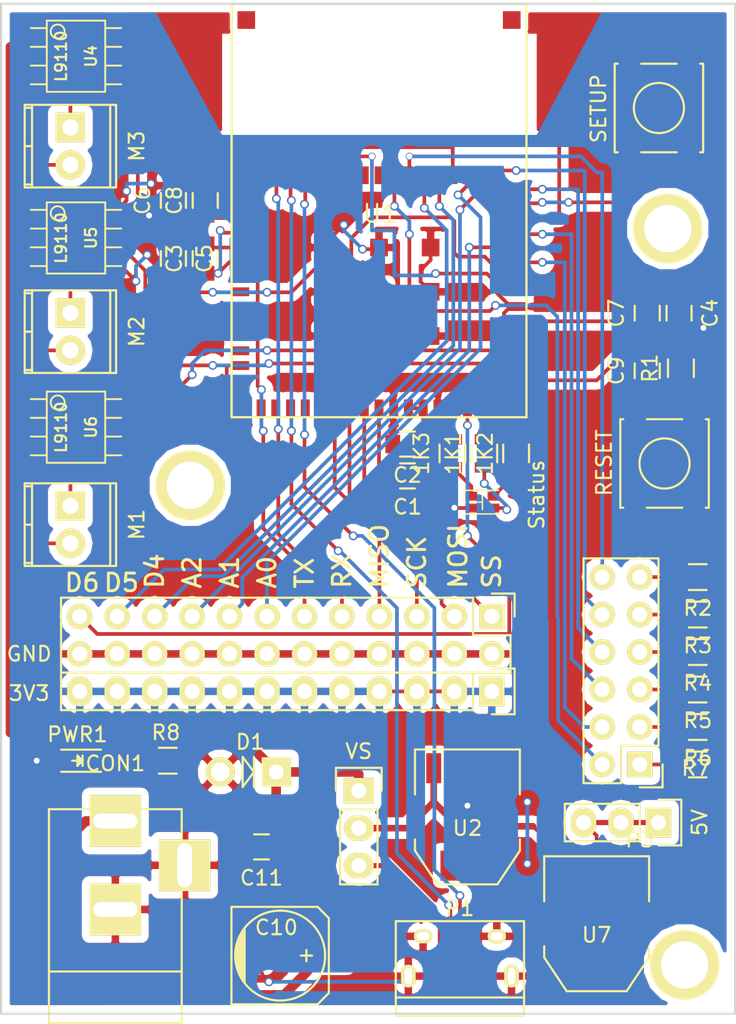
<source format=kicad_pcb>
(kicad_pcb (version 4) (host pcbnew 4.0.2-stable)
  (layers (0 F.Cu signal) (31 B.Cu signal) (34 B.Paste user) (35 F.Paste user) (36 B.SilkS user) (37 F.SilkS user) (38 B.Mask user) (39 F.Mask user) (44 Edge.Cuts user))
  (net 0 "")
  (net 1 "Net-(1K1-Pad1)")
  (net 2 "Net-(1K1-Pad2)")
  (net 3 "Net-(1K2-Pad1)")
  (net 4 "Net-(1K2-Pad2)")
  (net 5 "Net-(1K3-Pad1)")
  (net 6 "Net-(1K3-Pad2)")
  (net 7 +3V3)
  (net 8 GND)
  (net 9 RESET)
  (net 10 +5V)
  (net 11 USBD-)
  (net 12 USBD+)
  (net 13 SETUP)
  (net 14 "Net-(U1-Pad51)")
  (net 15 "Net-(U1-Pad16)")
  (net 16 "Net-(U1-Pad17)")
  (net 17 "Net-(U1-Pad18)")
  (net 18 "Net-(U1-Pad19)")
  (net 19 "Net-(U1-Pad20)")
  (net 20 "Net-(U1-Pad45)")
  (net 21 "Net-(U1-Pad41)")
  (net 22 "Net-(U1-Pad40)")
  (net 23 "Net-(U1-Pad36)")
  (net 24 "Net-(U1-Pad35)")
  (net 25 MISO)
  (net 26 MOSI)
  (net 27 SCK)
  (net 28 SS)
  (net 29 RX)
  (net 30 TX)
  (net 31 GPIO_A0)
  (net 32 GPIO_A1)
  (net 33 GPIO_A2)
  (net 34 GPIO_D4)
  (net 35 GPIO_D5)
  (net 36 GPIO_D6)
  (net 37 +12V)
  (net 38 M1a)
  (net 39 M1b)
  (net 40 M2a)
  (net 41 M2b)
  (net 42 M3a)
  (net 43 M3b)
  (net 44 "Net-(P3-Pad1)")
  (net 45 LED1)
  (net 46 "Net-(P3-Pad3)")
  (net 47 LED2)
  (net 48 "Net-(P3-Pad5)")
  (net 49 LED3)
  (net 50 "Net-(P3-Pad7)")
  (net 51 LED4)
  (net 52 "Net-(P3-Pad9)")
  (net 53 LED5)
  (net 54 "Net-(P3-Pad11)")
  (net 55 LED6)
  (net 56 "Net-(P4-Pad2)")
  (net 57 "Net-(PWR1-Pad1)")
  (module Connect:1pin (layer F.Cu) (at 137.922 67.437)
    (fp_text reference REF** hide)
    (fp_text value 1pin hide)
    (pad 1 thru_hole circle (at 0 0) (size 4.5 4.5) (drill 3.2) (layers *.Cu *.Mask F.SilkS))
  )
  (module Connect:1pin (layer F.Cu) (at 105.537 84.836)
    (fp_text reference REF** hide)
    (fp_text value 1pin hide)
    (pad 1 thru_hole circle (at 0 0) (size 4.5 4.5) (drill 3.2) (layers *.Cu *.Mask F.SilkS))
  )
  (module Resistors_SMD:R_0805 (layer F.Cu) (at 125.476 82.677 90)
    (fp_text reference 1K1 (at 0 -2.1 90) (layer F.SilkS))
    (fp_text value 1k)
    (pad 1 smd rect (at -0.95 0 90) (size 0.7 1.3) (layers F.Cu F.Paste F.Mask) (net 1 "Net-(1K1-Pad1)"))
    (pad 2 smd rect (at 0.95 0 90) (size 0.7 1.3) (layers F.Cu F.Paste F.Mask) (net 2 "Net-(1K1-Pad2)"))
  )
  (module Resistors_SMD:R_0805 (layer F.Cu) (at 127.635 82.677 90)
    (fp_text reference 1K2 (at 0 -2.1 90) (layer F.SilkS))
    (fp_text value 1k)
    (pad 1 smd rect (at -0.95 0 90) (size 0.7 1.3) (layers F.Cu F.Paste F.Mask) (net 3 "Net-(1K2-Pad1)"))
    (pad 2 smd rect (at 0.95 0 90) (size 0.7 1.3) (layers F.Cu F.Paste F.Mask) (net 4 "Net-(1K2-Pad2)"))
  )
  (module Resistors_SMD:R_0805 (layer F.Cu) (at 123.317 82.677 90)
    (fp_text reference 1K3 (at 0 -2.1 90) (layer F.SilkS))
    (fp_text value 1k)
    (pad 1 smd rect (at -0.95 0 90) (size 0.7 1.3) (layers F.Cu F.Paste F.Mask) (net 5 "Net-(1K3-Pad1)"))
    (pad 2 smd rect (at 0.95 0 90) (size 0.7 1.3) (layers F.Cu F.Paste F.Mask) (net 6 "Net-(1K3-Pad2)"))
  )
  (module Capacitors_SMD:C_0805 (layer F.Cu) (at 120.269 84.201 180)
    (fp_text reference C1 (at 0 -2.1 180) (layer F.SilkS))
    (fp_text value 0.1uf)
    (pad 1 smd rect (at -1 0 180) (size 1 1.25) (layers F.Cu F.Paste F.Mask) (net 7 +3V3))
    (pad 2 smd rect (at 1 0 180) (size 1 1.25) (layers F.Cu F.Paste F.Mask) (net 8 GND))
  )
  (module Capacitors_SMD:C_0805 (layer F.Cu) (at 120.269 82.042 180)
    (fp_text reference C2 (at 0 -2.1 180) (layer F.SilkS))
    (fp_text value 10uf)
    (pad 1 smd rect (at -1 0 180) (size 1 1.25) (layers F.Cu F.Paste F.Mask) (net 7 +3V3))
    (pad 2 smd rect (at 1 0 180) (size 1 1.25) (layers F.Cu F.Paste F.Mask) (net 8 GND))
  )
  (module Capacitors_SMD:C_0805 (layer F.Cu) (at 106.553 69.469 90)
    (fp_text reference C3 (at 0 -2.1 90) (layer F.SilkS))
    (fp_text value 0.1uf)
    (pad 1 smd rect (at -1 0 90) (size 1 1.25) (layers F.Cu F.Paste F.Mask) (net 8 GND))
    (pad 2 smd rect (at 1 0 90) (size 1 1.25) (layers F.Cu F.Paste F.Mask) (net 7 +3V3))
  )
  (module Capacitors_SMD:C_0805 (layer F.Cu) (at 138.684 73.168 270)
    (fp_text reference C4 (at 0 -2.1 270) (layer F.SilkS))
    (fp_text value 10uf)
    (pad 1 smd rect (at -1 0 270) (size 1 1.25) (layers F.Cu F.Paste F.Mask) (net 8 GND))
    (pad 2 smd rect (at 1 0 270) (size 1 1.25) (layers F.Cu F.Paste F.Mask) (net 7 +3V3))
  )
  (module Capacitors_SMD:C_0805 (layer F.Cu) (at 104.394 69.469 270)
    (fp_text reference C5 (at 0 -2.1 270) (layer F.SilkS))
    (fp_text value 10uf)
    (pad 1 smd rect (at -1 0 270) (size 1 1.25) (layers F.Cu F.Paste F.Mask) (net 7 +3V3))
    (pad 2 smd rect (at 1 0 270) (size 1 1.25) (layers F.Cu F.Paste F.Mask) (net 8 GND))
  )
  (module Capacitors_SMD:C_0805 (layer F.Cu) (at 104.394 65.532 90)
    (fp_text reference C6 (at 0 -2.1 90) (layer F.SilkS))
    (fp_text value 0.1uf)
    (pad 1 smd rect (at -1 0 90) (size 1 1.25) (layers F.Cu F.Paste F.Mask) (net 7 +3V3))
    (pad 2 smd rect (at 1 0 90) (size 1 1.25) (layers F.Cu F.Paste F.Mask) (net 8 GND))
  )
  (module Capacitors_SMD:C_0805 (layer F.Cu) (at 136.525 73.168 90)
    (fp_text reference C7 (at 0 -2.1 90) (layer F.SilkS))
    (fp_text value 0.1uf)
    (pad 1 smd rect (at -1 0 90) (size 1 1.25) (layers F.Cu F.Paste F.Mask) (net 7 +3V3))
    (pad 2 smd rect (at 1 0 90) (size 1 1.25) (layers F.Cu F.Paste F.Mask) (net 8 GND))
  )
  (module Capacitors_SMD:C_0805 (layer F.Cu) (at 106.553 65.532 90)
    (fp_text reference C8 (at 0 -2.1 90) (layer F.SilkS))
    (fp_text value 10uf)
    (pad 1 smd rect (at -1 0 90) (size 1 1.25) (layers F.Cu F.Paste F.Mask) (net 7 +3V3))
    (pad 2 smd rect (at 1 0 90) (size 1 1.25) (layers F.Cu F.Paste F.Mask) (net 8 GND))
  )
  (module Capacitors_SMD:C_0805 (layer F.Cu) (at 136.525 77.073 90)
    (fp_text reference C9 (at 0 -2.1 90) (layer F.SilkS))
    (fp_text value 0.1uf)
    (pad 1 smd rect (at -1 0 90) (size 1 1.25) (layers F.Cu F.Paste F.Mask) (net 8 GND))
    (pad 2 smd rect (at 1 0 90) (size 1 1.25) (layers F.Cu F.Paste F.Mask) (net 9 RESET))
  )
  (module Connect:USB_Micro-B (layer F.Cu) (at 123.825 116.967)
    (fp_text reference P1 (at 0 -3.45) (layer F.SilkS))
    (fp_text value USB_OTG)
    (pad 1 smd rect (at -1.3009 -1.56254 90) (size 1.35 0.4) (layers F.Cu F.Paste F.Mask) (net 10 +5V))
    (pad 2 smd rect (at -0.6509 -1.56254 90) (size 1.35 0.4) (layers F.Cu F.Paste F.Mask) (net 11 USBD-))
    (pad 3 smd rect (at -0.0009 -1.56254 90) (size 1.35 0.4) (layers F.Cu F.Paste F.Mask) (net 12 USBD+))
    (pad 4 smd rect (at 0.6491 -1.56254 90) (size 1.35 0.4) (layers F.Cu F.Paste F.Mask) (net 8 GND))
    (pad 5 smd rect (at 1.2991 -1.56254 90) (size 1.35 0.4) (layers F.Cu F.Paste F.Mask) (net 8 GND))
    (pad 6 thru_hole oval (at -2.5009 -1.56254 90) (size 0.95 1.25) (drill oval 0.55 0.85) (layers *.Cu *.Mask F.SilkS) (net 8 GND))
    (pad 6 thru_hole oval (at 2.4991 -1.56254 90) (size 0.95 1.25) (drill oval 0.55 0.85) (layers *.Cu *.Mask F.SilkS) (net 8 GND))
    (pad 6 thru_hole oval (at -3.5009 1.13746 90) (size 1.55 1) (drill oval 1.15 0.5) (layers *.Cu *.Mask F.SilkS) (net 8 GND))
    (pad 6 thru_hole oval (at 3.4991 1.13746 90) (size 1.55 1) (drill oval 1.15 0.5) (layers *.Cu *.Mask F.SilkS) (net 8 GND))
  )
  (module Resistors_SMD:R_0805 (layer F.Cu) (at 138.811 76.901 90)
    (fp_text reference R1 (at 0 -2.1 90) (layer F.SilkS))
    (fp_text value 10k)
    (pad 1 smd rect (at -0.95 0 90) (size 0.7 1.3) (layers F.Cu F.Paste F.Mask) (net 9 RESET))
    (pad 2 smd rect (at 0.95 0 90) (size 0.7 1.3) (layers F.Cu F.Paste F.Mask) (net 7 +3V3))
  )
  (module Buttons_Switches_SMD:SW_SPST_EVPBF (layer F.Cu) (at 137.7 83.358 90)
    (fp_text reference RESET (at 0.046 -4.096 90) (layer F.SilkS))
    (fp_text value SW_PUSH)
    (pad 1 smd rect (at 2.875 -2 90) (size 2.75 1) (layers F.Cu F.Paste F.Mask) (net 8 GND))
    (pad 1 smd rect (at -2.875 -2 90) (size 2.75 1) (layers F.Cu F.Paste F.Mask) (net 8 GND))
    (pad 2 smd rect (at -2.875 2 90) (size 2.75 1) (layers F.Cu F.Paste F.Mask) (net 9 RESET))
    (pad 2 smd rect (at 2.875 2 90) (size 2.75 1) (layers F.Cu F.Paste F.Mask) (net 9 RESET))
  )
  (module Buttons_Switches_SMD:SW_SPST_EVPBF (layer F.Cu) (at 137.319 59.263 270)
    (fp_text reference SETUP (at 0.046 4.096 270) (layer F.SilkS))
    (fp_text value SW_PUSH)
    (pad 1 smd rect (at 2.875 -2 270) (size 2.75 1) (layers F.Cu F.Paste F.Mask) (net 8 GND))
    (pad 1 smd rect (at -2.875 -2 270) (size 2.75 1) (layers F.Cu F.Paste F.Mask) (net 8 GND))
    (pad 2 smd rect (at -2.875 2 270) (size 2.75 1) (layers F.Cu F.Paste F.Mask) (net 13 SETUP))
    (pad 2 smd rect (at 2.875 2 270) (size 2.75 1) (layers F.Cu F.Paste F.Mask) (net 13 SETUP))
  )
  (module WM-N-BM-X:WM-N-BM-14 (layer F.Cu) (at 118.237 66.421)
    (fp_text reference U1 (at 0.2 0) (layer F.SilkS) (effects (font (size 1.2 1.2))))
    (fp_text value WM-N-BM-14)
    (pad 74 smd rect (at 9.1 -13.12 90) (size 1.2 1.2) (layers F.Cu F.Paste F.Mask))
    (pad 74 smd rect (at -8.9 -13.12 90) (size 1.2 1.2) (layers F.Cu F.Paste F.Mask))
    (pad 73 smd rect (at 3.6 8.3 90) (size 1.2 1.2) (layers F.Cu F.Paste F.Mask) (net 8 GND))
    (pad 67 smd rect (at -3.4 8.3 90) (size 1.2 1.2) (layers F.Cu F.Paste F.Mask) (net 8 GND))
    (pad 70 smd rect (at 0.1 8.3 90) (size 1.2 1.2) (layers F.Cu F.Paste F.Mask) (net 8 GND))
    (pad 71 smd rect (at 3.6 2.3 90) (size 1.2 1.2) (layers F.Cu F.Paste F.Mask) (net 8 GND))
    (pad 68 smd rect (at 0.1 2.3 90) (size 1.2 1.2) (layers F.Cu F.Paste F.Mask) (net 8 GND))
    (pad 65 smd rect (at -3.4 2.3 90) (size 1.2 1.2) (layers F.Cu F.Paste F.Mask) (net 8 GND))
    (pad 66 smd rect (at -3.4 5.3 90) (size 1.2 1.2) (layers F.Cu F.Paste F.Mask) (net 8 GND))
    (pad 72 smd rect (at 3.6 5.3 90) (size 1.2 1.2) (layers F.Cu F.Paste F.Mask) (net 8 GND))
    (pad 69 smd rect (at 0.1 5.3 90) (size 1.2 1.2) (layers F.Cu F.Paste F.Mask) (net 8 GND))
    (pad 64 smd rect (at -7.9 -2.6 90) (size 1.2 0.6) (layers F.Cu F.Paste F.Mask) (net 30 TX))
    (pad 63 smd rect (at -6.9 -2.6 90) (size 1.2 0.6) (layers F.Cu F.Paste F.Mask) (net 29 RX))
    (pad 62 smd rect (at -5.9 -2.6 90) (size 1.2 0.6) (layers F.Cu F.Paste F.Mask) (net 11 USBD-))
    (pad 61 smd rect (at -4.9 -2.6 90) (size 1.2 0.6) (layers F.Cu F.Paste F.Mask) (net 12 USBD+))
    (pad 60 smd rect (at -3.9 -2.6 90) (size 1.2 0.6) (layers F.Cu F.Paste F.Mask))
    (pad 59 smd rect (at -2.9 -2.6 90) (size 1.2 0.6) (layers F.Cu F.Paste F.Mask) (net 8 GND))
    (pad 58 smd rect (at -1.9 -2.6 90) (size 1.2 0.6) (layers F.Cu F.Paste F.Mask))
    (pad 57 smd rect (at -0.9 -2.6 90) (size 1.2 0.6) (layers F.Cu F.Paste F.Mask))
    (pad 56 smd rect (at 0.1 -2.6 90) (size 1.2 0.6) (layers F.Cu F.Paste F.Mask))
    (pad 55 smd rect (at 1.1 -2.6 90) (size 1.2 0.6) (layers F.Cu F.Paste F.Mask) (net 45 LED1))
    (pad 54 smd rect (at 2.1 -2.6 90) (size 1.2 0.6) (layers F.Cu F.Paste F.Mask) (net 55 LED6))
    (pad 53 smd rect (at 3.1 -2.6 90) (size 1.2 0.6) (layers F.Cu F.Paste F.Mask) (net 35 GPIO_D5))
    (pad 52 smd rect (at 4.1 -2.6 90) (size 1.2 0.6) (layers F.Cu F.Paste F.Mask) (net 34 GPIO_D4))
    (pad 51 smd rect (at 5.1 -2.6 90) (size 1.2 0.6) (layers F.Cu F.Paste F.Mask) (net 14 "Net-(U1-Pad51)"))
    (pad 50 smd rect (at 6.1 -2.6 90) (size 1.2 0.6) (layers F.Cu F.Paste F.Mask) (net 31 GPIO_A0))
    (pad 49 smd rect (at 7.1 -2.6 90) (size 1.2 0.6) (layers F.Cu F.Paste F.Mask) (net 33 GPIO_A2))
    (pad 48 smd rect (at 8.1 -2.6 90) (size 1.2 0.6) (layers F.Cu F.Paste F.Mask) (net 53 LED5))
    (pad 16 smd rect (at -7.9 13.2 90) (size 1.2 0.6) (layers F.Cu F.Paste F.Mask) (net 15 "Net-(U1-Pad16)"))
    (pad 17 smd rect (at -6.9 13.2 90) (size 1.2 0.6) (layers F.Cu F.Paste F.Mask) (net 16 "Net-(U1-Pad17)"))
    (pad 18 smd rect (at -5.9 13.2 90) (size 1.2 0.6) (layers F.Cu F.Paste F.Mask) (net 17 "Net-(U1-Pad18)"))
    (pad 19 smd rect (at -4.9 13.2 90) (size 1.2 0.6) (layers F.Cu F.Paste F.Mask) (net 18 "Net-(U1-Pad19)"))
    (pad 20 smd rect (at -3.9 13.2 90) (size 1.2 0.6) (layers F.Cu F.Paste F.Mask) (net 19 "Net-(U1-Pad20)"))
    (pad 21 smd rect (at -2.9 13.2 90) (size 1.2 0.6) (layers F.Cu F.Paste F.Mask) (net 25 MISO))
    (pad 22 smd rect (at -1.9 13.2 90) (size 1.2 0.6) (layers F.Cu F.Paste F.Mask) (net 27 SCK))
    (pad 23 smd rect (at -0.9 13.2 90) (size 1.2 0.6) (layers F.Cu F.Paste F.Mask) (net 26 MOSI))
    (pad 24 smd rect (at 0.1 13.2 90) (size 1.2 0.6) (layers F.Cu F.Paste F.Mask) (net 28 SS))
    (pad 25 smd rect (at 1.1 13.2 90) (size 1.2 0.6) (layers F.Cu F.Paste F.Mask) (net 8 GND))
    (pad 26 smd rect (at 2.1 13.2 90) (size 1.2 0.6) (layers F.Cu F.Paste F.Mask) (net 7 +3V3))
    (pad 27 smd rect (at 3.1 13.2 90) (size 1.2 0.6) (layers F.Cu F.Paste F.Mask) (net 7 +3V3))
    (pad 28 smd rect (at 4.1 13.2 90) (size 1.2 0.6) (layers F.Cu F.Paste F.Mask) (net 8 GND))
    (pad 29 smd rect (at 5.1 13.2 90) (size 1.2 0.6) (layers F.Cu F.Paste F.Mask) (net 6 "Net-(1K3-Pad2)"))
    (pad 30 smd rect (at 6.1 13.2 90) (size 1.2 0.6) (layers F.Cu F.Paste F.Mask) (net 36 GPIO_D6))
    (pad 31 smd rect (at 7.1 13.2 90) (size 1.2 0.6) (layers F.Cu F.Paste F.Mask) (net 2 "Net-(1K1-Pad2)"))
    (pad 32 smd rect (at 8.1 13.2 90) (size 1.2 0.6) (layers F.Cu F.Paste F.Mask) (net 4 "Net-(1K2-Pad2)"))
    (pad 47 smd rect (at 9.5 -1.7 270) (size 0.6 1.2) (layers F.Cu F.Paste F.Mask) (net 51 LED4))
    (pad 46 smd rect (at 9.5 -0.7 270) (size 0.6 1.2) (layers F.Cu F.Paste F.Mask) (net 13 SETUP))
    (pad 45 smd rect (at 9.5 0.3 270) (size 0.6 1.2) (layers F.Cu F.Paste F.Mask) (net 20 "Net-(U1-Pad45)"))
    (pad 44 smd rect (at 9.5 1.3 270) (size 0.6 1.2) (layers F.Cu F.Paste F.Mask) (net 49 LED3))
    (pad 43 smd rect (at 9.5 2.3 270) (size 0.6 1.2) (layers F.Cu F.Paste F.Mask) (net 32 GPIO_A1))
    (pad 42 smd rect (at 9.5 3.3 270) (size 0.6 1.2) (layers F.Cu F.Paste F.Mask) (net 47 LED2))
    (pad 41 smd rect (at 9.5 4.3 270) (size 0.6 1.2) (layers F.Cu F.Paste F.Mask) (net 21 "Net-(U1-Pad41)"))
    (pad 40 smd rect (at 9.5 5.3 270) (size 0.6 1.2) (layers F.Cu F.Paste F.Mask) (net 22 "Net-(U1-Pad40)"))
    (pad 39 smd rect (at 9.5 6.3 270) (size 0.6 1.2) (layers F.Cu F.Paste F.Mask) (net 8 GND))
    (pad 38 smd rect (at 9.5 7.3 270) (size 0.6 1.2) (layers F.Cu F.Paste F.Mask) (net 7 +3V3))
    (pad 37 smd rect (at 9.5 8.3 270) (size 0.6 1.2) (layers F.Cu F.Paste F.Mask) (net 8 GND))
    (pad 36 smd rect (at 9.5 9.3 270) (size 0.6 1.2) (layers F.Cu F.Paste F.Mask) (net 23 "Net-(U1-Pad36)"))
    (pad 35 smd rect (at 9.5 10.3 270) (size 0.6 1.2) (layers F.Cu F.Paste F.Mask) (net 24 "Net-(U1-Pad35)"))
    (pad 34 smd rect (at 9.5 11.3 270) (size 0.6 1.2) (layers F.Cu F.Paste F.Mask) (net 9 RESET))
    (pad 33 smd rect (at 9.5 12.3 270) (size 0.6 1.2) (layers F.Cu F.Paste F.Mask))
    (pad 32 smd rect (at 8.1 13.2 90) (size 1.2 0.6) (layers F.Cu F.Paste F.Mask) (net 4 "Net-(1K2-Pad2)"))
    (pad 31 smd rect (at 7.1 13.2 90) (size 1.2 0.6) (layers F.Cu F.Paste F.Mask) (net 2 "Net-(1K1-Pad2)"))
    (pad 30 smd rect (at 6.1 13.2 90) (size 1.2 0.6) (layers F.Cu F.Paste F.Mask) (net 36 GPIO_D6))
    (pad 29 smd rect (at 5.1 13.2 90) (size 1.2 0.6) (layers F.Cu F.Paste F.Mask) (net 6 "Net-(1K3-Pad2)"))
    (pad 28 smd rect (at 4.1 13.2 90) (size 1.2 0.6) (layers F.Cu F.Paste F.Mask) (net 8 GND))
    (pad 27 smd rect (at 3.1 13.2 90) (size 1.2 0.6) (layers F.Cu F.Paste F.Mask) (net 7 +3V3))
    (pad 26 smd rect (at 2.1 13.2 90) (size 1.2 0.6) (layers F.Cu F.Paste F.Mask) (net 7 +3V3))
    (pad 25 smd rect (at 1.1 13.2 90) (size 1.2 0.6) (layers F.Cu F.Paste F.Mask) (net 8 GND))
    (pad 24 smd rect (at 0.1 13.2 90) (size 1.2 0.6) (layers F.Cu F.Paste F.Mask) (net 28 SS))
    (pad 23 smd rect (at -0.9 13.2 90) (size 1.2 0.6) (layers F.Cu F.Paste F.Mask) (net 26 MOSI))
    (pad 22 smd rect (at -1.9 13.2 90) (size 1.2 0.6) (layers F.Cu F.Paste F.Mask) (net 27 SCK))
    (pad 21 smd rect (at -2.9 13.2 90) (size 1.2 0.6) (layers F.Cu F.Paste F.Mask) (net 25 MISO))
    (pad 20 smd rect (at -3.9 13.2 90) (size 1.2 0.6) (layers F.Cu F.Paste F.Mask) (net 19 "Net-(U1-Pad20)"))
    (pad 19 smd rect (at -4.9 13.2 90) (size 1.2 0.6) (layers F.Cu F.Paste F.Mask) (net 18 "Net-(U1-Pad19)"))
    (pad 18 smd rect (at -5.9 13.2 90) (size 1.2 0.6) (layers F.Cu F.Paste F.Mask) (net 17 "Net-(U1-Pad18)"))
    (pad 17 smd rect (at -6.9 13.2 90) (size 1.2 0.6) (layers F.Cu F.Paste F.Mask) (net 16 "Net-(U1-Pad17)"))
    (pad 16 smd rect (at -7.9 13.2 90) (size 1.2 0.6) (layers F.Cu F.Paste F.Mask) (net 15 "Net-(U1-Pad16)"))
    (pad 15 smd rect (at -9.3 12.3 90) (size 0.6 1.2) (layers F.Cu F.Paste F.Mask) (net 8 GND))
    (pad 14 smd rect (at -9.3 11.3 90) (size 0.6 1.2) (layers F.Cu F.Paste F.Mask))
    (pad 13 smd rect (at -9.3 10.3 90) (size 0.6 1.2) (layers F.Cu F.Paste F.Mask) (net 8 GND))
    (pad 12 smd rect (at -9.3 9.3 90) (size 0.6 1.2) (layers F.Cu F.Paste F.Mask))
    (pad 11 smd rect (at -9.3 8.3 90) (size 0.6 1.2) (layers F.Cu F.Paste F.Mask))
    (pad 10 smd rect (at -9.3 7.3 90) (size 0.6 1.2) (layers F.Cu F.Paste F.Mask))
    (pad 9 smd rect (at -9.3 6.3 90) (size 0.6 1.2) (layers F.Cu F.Paste F.Mask))
    (pad 8 smd rect (at -9.3 5.3 90) (size 0.6 1.2) (layers F.Cu F.Paste F.Mask))
    (pad 7 smd rect (at -9.3 4.3 90) (size 0.6 1.2) (layers F.Cu F.Paste F.Mask))
    (pad 6 smd rect (at -9.3 3.3 90) (size 0.6 1.2) (layers F.Cu F.Paste F.Mask) (net 8 GND))
    (pad 5 smd rect (at -9.3 2.3 90) (size 0.6 1.2) (layers F.Cu F.Paste F.Mask) (net 7 +3V3))
    (pad 4 smd rect (at -9.3 1.3 90) (size 0.6 1.2) (layers F.Cu F.Paste F.Mask) (net 8 GND))
    (pad 3 smd rect (at -9.3 0.3 90) (size 0.6 1.2) (layers F.Cu F.Paste F.Mask) (net 7 +3V3))
    (pad 2 smd rect (at -9.3 -0.7 90) (size 0.6 1.2) (layers F.Cu F.Paste F.Mask) (net 7 +3V3))
    (pad 1 smd rect (at -9.3 -1.7 90) (size 0.6 1.2) (layers F.Cu F.Paste F.Mask) (net 8 GND))
  )
  (module TO_SOT_Packages_SMD:SOT-223 (layer F.Cu) (at 124.333 107.315 180)
    (fp_text reference U2 (at 0 -0.762 180) (layer F.SilkS))
    (fp_text value "AMS1117 3.3V")
    (pad 4 smd rect (at 0 -3.302 180) (size 3.6576 2.032) (layers F.Cu F.Paste F.Mask))
    (pad 2 smd rect (at 0 3.302 180) (size 1.016 2.032) (layers F.Cu F.Paste F.Mask) (net 7 +3V3))
    (pad 3 smd rect (at 2.286 3.302 180) (size 1.016 2.032) (layers F.Cu F.Paste F.Mask) (net 56 "Net-(P4-Pad2)"))
    (pad 1 smd rect (at -2.286 3.302 180) (size 1.016 2.032) (layers F.Cu F.Paste F.Mask) (net 8 GND))
  )
  (module Pin_Headers:Pin_Header_Straight_2x12 (layer F.Cu) (at 125.984 93.726 270)
    (fp_text reference GND (at 2.54 31.369 360) (layer F.SilkS))
    (fp_text value CONN_02X12 hide)
    (pad 1 thru_hole rect (at 0 0 270) (size 1.7272 1.7272) (drill 1.016) (layers *.Cu *.Mask F.SilkS) (net 28 SS))
    (pad 2 thru_hole oval (at 2.54 0 270) (size 1.7272 1.7272) (drill 1.016) (layers *.Cu *.Mask F.SilkS) (net 8 GND))
    (pad 3 thru_hole oval (at 0 2.54 270) (size 1.7272 1.7272) (drill 1.016) (layers *.Cu *.Mask F.SilkS) (net 26 MOSI))
    (pad 4 thru_hole oval (at 2.54 2.54 270) (size 1.7272 1.7272) (drill 1.016) (layers *.Cu *.Mask F.SilkS) (net 8 GND))
    (pad 5 thru_hole oval (at 0 5.08 270) (size 1.7272 1.7272) (drill 1.016) (layers *.Cu *.Mask F.SilkS) (net 27 SCK))
    (pad 6 thru_hole oval (at 2.54 5.08 270) (size 1.7272 1.7272) (drill 1.016) (layers *.Cu *.Mask F.SilkS) (net 8 GND))
    (pad 7 thru_hole oval (at 0 7.62 270) (size 1.7272 1.7272) (drill 1.016) (layers *.Cu *.Mask F.SilkS) (net 25 MISO))
    (pad 8 thru_hole oval (at 2.54 7.62 270) (size 1.7272 1.7272) (drill 1.016) (layers *.Cu *.Mask F.SilkS) (net 8 GND))
    (pad 9 thru_hole oval (at 0 10.16 270) (size 1.7272 1.7272) (drill 1.016) (layers *.Cu *.Mask F.SilkS) (net 29 RX))
    (pad 10 thru_hole oval (at 2.54 10.16 270) (size 1.7272 1.7272) (drill 1.016) (layers *.Cu *.Mask F.SilkS) (net 8 GND))
    (pad 11 thru_hole oval (at 0 12.7 270) (size 1.7272 1.7272) (drill 1.016) (layers *.Cu *.Mask F.SilkS) (net 30 TX))
    (pad 12 thru_hole oval (at 2.54 12.7 270) (size 1.7272 1.7272) (drill 1.016) (layers *.Cu *.Mask F.SilkS) (net 8 GND))
    (pad 13 thru_hole oval (at 0 15.24 270) (size 1.7272 1.7272) (drill 1.016) (layers *.Cu *.Mask F.SilkS) (net 31 GPIO_A0))
    (pad 14 thru_hole oval (at 2.54 15.24 270) (size 1.7272 1.7272) (drill 1.016) (layers *.Cu *.Mask F.SilkS) (net 8 GND))
    (pad 15 thru_hole oval (at 0 17.78 270) (size 1.7272 1.7272) (drill 1.016) (layers *.Cu *.Mask F.SilkS) (net 32 GPIO_A1))
    (pad 16 thru_hole oval (at 2.54 17.78 270) (size 1.7272 1.7272) (drill 1.016) (layers *.Cu *.Mask F.SilkS) (net 8 GND))
    (pad 17 thru_hole oval (at 0 20.32 270) (size 1.7272 1.7272) (drill 1.016) (layers *.Cu *.Mask F.SilkS) (net 33 GPIO_A2))
    (pad 18 thru_hole oval (at 2.54 20.32 270) (size 1.7272 1.7272) (drill 1.016) (layers *.Cu *.Mask F.SilkS) (net 8 GND))
    (pad 19 thru_hole oval (at 0 22.86 270) (size 1.7272 1.7272) (drill 1.016) (layers *.Cu *.Mask F.SilkS) (net 34 GPIO_D4))
    (pad 20 thru_hole oval (at 2.54 22.86 270) (size 1.7272 1.7272) (drill 1.016) (layers *.Cu *.Mask F.SilkS) (net 8 GND))
    (pad 21 thru_hole oval (at 0 25.4 270) (size 1.7272 1.7272) (drill 1.016) (layers *.Cu *.Mask F.SilkS) (net 35 GPIO_D5))
    (pad 22 thru_hole oval (at 2.54 25.4 270) (size 1.7272 1.7272) (drill 1.016) (layers *.Cu *.Mask F.SilkS) (net 8 GND))
    (pad 23 thru_hole oval (at 0 27.94 270) (size 1.7272 1.7272) (drill 1.016) (layers *.Cu *.Mask F.SilkS) (net 36 GPIO_D6))
    (pad 24 thru_hole oval (at 2.54 27.94 270) (size 1.7272 1.7272) (drill 1.016) (layers *.Cu *.Mask F.SilkS) (net 8 GND))
  )
  (module Capacitors_SMD:c_elec_6.3x5.7 (layer F.Cu) (at 111.633 116.713)
    (fp_text reference C10 (at -0.254 -1.905) (layer F.SilkS))
    (fp_text value 47uf)
    (pad 1 smd rect (at 2.75082 0) (size 3.59918 1.6002) (layers F.Cu F.Paste F.Mask) (net 37 +12V))
    (pad 2 smd rect (at -2.75082 0) (size 3.59918 1.6002) (layers F.Cu F.Paste F.Mask) (net 8 GND))
  )
  (module Capacitors_SMD:C_0805 (layer F.Cu) (at 110.363 109.347 180)
    (fp_text reference C11 (at 0 -2.1 180) (layer F.SilkS))
    (fp_text value 0.1uf)
    (pad 1 smd rect (at -1 0 180) (size 1 1.25) (layers F.Cu F.Paste F.Mask) (net 37 +12V))
    (pad 2 smd rect (at 1 0 180) (size 1 1.25) (layers F.Cu F.Paste F.Mask) (net 8 GND))
  )
  (module Pin_Headers:Pin_Header_Straight_2x06 (layer F.Cu) (at 136.017 103.759 180)
    (fp_text reference P3 (at 0 -5.1 180) (layer F.SilkS))
    (fp_text value LedConnector)
    (pad 1 thru_hole rect (at 0 0 180) (size 1.7272 1.7272) (drill 1.016) (layers *.Cu *.Mask F.SilkS) (net 44 "Net-(P3-Pad1)"))
    (pad 2 thru_hole oval (at 2.54 0 180) (size 1.7272 1.7272) (drill 1.016) (layers *.Cu *.Mask F.SilkS) (net 45 LED1))
    (pad 3 thru_hole oval (at 0 2.54 180) (size 1.7272 1.7272) (drill 1.016) (layers *.Cu *.Mask F.SilkS) (net 46 "Net-(P3-Pad3)"))
    (pad 4 thru_hole oval (at 2.54 2.54 180) (size 1.7272 1.7272) (drill 1.016) (layers *.Cu *.Mask F.SilkS) (net 47 LED2))
    (pad 5 thru_hole oval (at 0 5.08 180) (size 1.7272 1.7272) (drill 1.016) (layers *.Cu *.Mask F.SilkS) (net 48 "Net-(P3-Pad5)"))
    (pad 6 thru_hole oval (at 2.54 5.08 180) (size 1.7272 1.7272) (drill 1.016) (layers *.Cu *.Mask F.SilkS) (net 49 LED3))
    (pad 7 thru_hole oval (at 0 7.62 180) (size 1.7272 1.7272) (drill 1.016) (layers *.Cu *.Mask F.SilkS) (net 50 "Net-(P3-Pad7)"))
    (pad 8 thru_hole oval (at 2.54 7.62 180) (size 1.7272 1.7272) (drill 1.016) (layers *.Cu *.Mask F.SilkS) (net 51 LED4))
    (pad 9 thru_hole oval (at 0 10.16 180) (size 1.7272 1.7272) (drill 1.016) (layers *.Cu *.Mask F.SilkS) (net 52 "Net-(P3-Pad9)"))
    (pad 10 thru_hole oval (at 2.54 10.16 180) (size 1.7272 1.7272) (drill 1.016) (layers *.Cu *.Mask F.SilkS) (net 53 LED5))
    (pad 11 thru_hole oval (at 0 12.7 180) (size 1.7272 1.7272) (drill 1.016) (layers *.Cu *.Mask F.SilkS) (net 54 "Net-(P3-Pad11)"))
    (pad 12 thru_hole oval (at 2.54 12.7 180) (size 1.7272 1.7272) (drill 1.016) (layers *.Cu *.Mask F.SilkS) (net 55 LED6))
  )
  (module Pin_Headers:Pin_Header_Straight_1x03 (layer F.Cu) (at 116.967 105.537)
    (fp_text reference VS (at 0 -2.667) (layer F.SilkS))
    (fp_text value CONN_01X03)
    (pad 1 thru_hole rect (at 0 0) (size 2.032 1.7272) (drill 1.016) (layers *.Cu *.Mask F.SilkS) (net 37 +12V))
    (pad 2 thru_hole oval (at 0 2.54) (size 2.032 1.7272) (drill 1.016) (layers *.Cu *.Mask F.SilkS) (net 56 "Net-(P4-Pad2)"))
    (pad 3 thru_hole oval (at 0 5.08) (size 2.032 1.7272) (drill 1.016) (layers *.Cu *.Mask F.SilkS) (net 10 +5V))
  )
  (module Pin_Headers:Pin_Header_Straight_1x12 (layer F.Cu) (at 125.984 98.806 270)
    (fp_text reference 3V3 (at 0.127 31.369 360) (layer F.SilkS))
    (fp_text value CONN_01X12 hide)
    (pad 1 thru_hole rect (at 0 0 270) (size 2.032 1.7272) (drill 1.016) (layers *.Cu *.Mask F.SilkS) (net 7 +3V3))
    (pad 2 thru_hole oval (at 0 2.54 270) (size 2.032 1.7272) (drill 1.016) (layers *.Cu *.Mask F.SilkS) (net 7 +3V3))
    (pad 3 thru_hole oval (at 0 5.08 270) (size 2.032 1.7272) (drill 1.016) (layers *.Cu *.Mask F.SilkS) (net 7 +3V3))
    (pad 4 thru_hole oval (at 0 7.62 270) (size 2.032 1.7272) (drill 1.016) (layers *.Cu *.Mask F.SilkS) (net 7 +3V3))
    (pad 5 thru_hole oval (at 0 10.16 270) (size 2.032 1.7272) (drill 1.016) (layers *.Cu *.Mask F.SilkS) (net 7 +3V3))
    (pad 6 thru_hole oval (at 0 12.7 270) (size 2.032 1.7272) (drill 1.016) (layers *.Cu *.Mask F.SilkS) (net 7 +3V3))
    (pad 7 thru_hole oval (at 0 15.24 270) (size 2.032 1.7272) (drill 1.016) (layers *.Cu *.Mask F.SilkS) (net 7 +3V3))
    (pad 8 thru_hole oval (at 0 17.78 270) (size 2.032 1.7272) (drill 1.016) (layers *.Cu *.Mask F.SilkS) (net 7 +3V3))
    (pad 9 thru_hole oval (at 0 20.32 270) (size 2.032 1.7272) (drill 1.016) (layers *.Cu *.Mask F.SilkS) (net 7 +3V3))
    (pad 10 thru_hole oval (at 0 22.86 270) (size 2.032 1.7272) (drill 1.016) (layers *.Cu *.Mask F.SilkS) (net 7 +3V3))
    (pad 11 thru_hole oval (at 0 25.4 270) (size 2.032 1.7272) (drill 1.016) (layers *.Cu *.Mask F.SilkS) (net 7 +3V3))
    (pad 12 thru_hole oval (at 0 27.94 270) (size 2.032 1.7272) (drill 1.016) (layers *.Cu *.Mask F.SilkS) (net 7 +3V3))
  )
  (module Resistors_SMD:R_0805 (layer F.Cu) (at 139.954 91.059 180)
    (fp_text reference R2 (at 0 -2.1 180) (layer F.SilkS))
    (fp_text value 470R)
    (pad 1 smd rect (at -0.95 0 180) (size 0.7 1.3) (layers F.Cu F.Paste F.Mask) (net 8 GND))
    (pad 2 smd rect (at 0.95 0 180) (size 0.7 1.3) (layers F.Cu F.Paste F.Mask) (net 54 "Net-(P3-Pad11)"))
  )
  (module Resistors_SMD:R_0805 (layer F.Cu) (at 139.954 93.599 180)
    (fp_text reference R3 (at 0 -2.1 180) (layer F.SilkS))
    (fp_text value 470R)
    (pad 1 smd rect (at -0.95 0 180) (size 0.7 1.3) (layers F.Cu F.Paste F.Mask) (net 8 GND))
    (pad 2 smd rect (at 0.95 0 180) (size 0.7 1.3) (layers F.Cu F.Paste F.Mask) (net 52 "Net-(P3-Pad9)"))
  )
  (module Resistors_SMD:R_0805 (layer F.Cu) (at 139.954 96.139 180)
    (fp_text reference R4 (at 0 -2.1 180) (layer F.SilkS))
    (fp_text value 470R)
    (pad 1 smd rect (at -0.95 0 180) (size 0.7 1.3) (layers F.Cu F.Paste F.Mask) (net 8 GND))
    (pad 2 smd rect (at 0.95 0 180) (size 0.7 1.3) (layers F.Cu F.Paste F.Mask) (net 50 "Net-(P3-Pad7)"))
  )
  (module Resistors_SMD:R_0805 (layer F.Cu) (at 139.954 98.679 180)
    (fp_text reference R5 (at 0 -2.1 180) (layer F.SilkS))
    (fp_text value 470R)
    (pad 1 smd rect (at -0.95 0 180) (size 0.7 1.3) (layers F.Cu F.Paste F.Mask) (net 8 GND))
    (pad 2 smd rect (at 0.95 0 180) (size 0.7 1.3) (layers F.Cu F.Paste F.Mask) (net 48 "Net-(P3-Pad5)"))
  )
  (module Resistors_SMD:R_0805 (layer F.Cu) (at 139.954 101.219 180)
    (fp_text reference R6 (at 0 -2.1 180) (layer F.SilkS))
    (fp_text value 470R)
    (pad 1 smd rect (at -0.95 0 180) (size 0.7 1.3) (layers F.Cu F.Paste F.Mask) (net 8 GND))
    (pad 2 smd rect (at 0.95 0 180) (size 0.7 1.3) (layers F.Cu F.Paste F.Mask) (net 46 "Net-(P3-Pad3)"))
  )
  (module Resistors_SMD:R_0805 (layer F.Cu) (at 139.954 103.759 180)
    (fp_text reference R7 (at 0.127 -0.254 180) (layer F.SilkS))
    (fp_text value 470R)
    (pad 1 smd rect (at -0.95 0 180) (size 0.7 1.3) (layers F.Cu F.Paste F.Mask) (net 8 GND))
    (pad 2 smd rect (at 0.95 0 180) (size 0.7 1.3) (layers F.Cu F.Paste F.Mask) (net 44 "Net-(P3-Pad1)"))
  )
  (module WM-N-BM-X:0605_RGB_LED (layer F.Cu) (at 125.349 85.979)
    (fp_text reference Status (at 3.683 -0.508 90) (layer F.SilkS))
    (fp_text value RGB_LED)
    (pad 4 smd rect (at 0.75 0.4) (size 0.8 0.6) (layers F.Cu F.Paste F.Mask) (net 1 "Net-(1K1-Pad1)"))
    (pad 1 smd rect (at -0.75 0.4) (size 0.8 0.6) (layers F.Cu F.Paste F.Mask) (net 7 +3V3))
    (pad 3 smd rect (at 0.75 -0.4) (size 0.8 0.6) (layers F.Cu F.Paste F.Mask) (net 3 "Net-(1K2-Pad1)"))
    (pad 2 smd rect (at -0.75 -0.4) (size 0.8 0.6) (layers F.Cu F.Paste F.Mask) (net 5 "Net-(1K3-Pad1)"))
  )
  (module L9110:so-8 (layer F.Cu) (at 97.79 55.753 270)
    (fp_text reference U4 (at 0 -1.016 270) (layer F.SilkS) (effects (font (size 0.7493 0.7493) (thickness 0.14986))))
    (fp_text value L9110 (at 0 1.016 270) (layer F.SilkS) (effects (font (size 0.7493 0.7493) (thickness 0.14986))))
    (pad 1 smd rect (at -1.905 2.794 270) (size 0.635 1.27) (layers F.Cu F.Paste F.Mask) (net 42 M3a))
    (pad 2 smd rect (at -0.635 2.794 270) (size 0.635 1.27) (layers F.Cu F.Paste F.Mask) (net 37 +12V))
    (pad 3 smd rect (at 0.635 2.794 270) (size 0.635 1.27) (layers F.Cu F.Paste F.Mask) (net 37 +12V))
    (pad 4 smd rect (at 1.905 2.794 270) (size 0.635 1.27) (layers F.Cu F.Paste F.Mask) (net 43 M3b))
    (pad 5 smd rect (at 1.905 -2.794 270) (size 0.635 1.27) (layers F.Cu F.Paste F.Mask) (net 8 GND))
    (pad 6 smd rect (at 0.635 -2.794 270) (size 0.635 1.27) (layers F.Cu F.Paste F.Mask) (net 14 "Net-(U1-Pad51)"))
    (pad 7 smd rect (at -0.635 -2.794 270) (size 0.635 1.27) (layers F.Cu F.Paste F.Mask) (net 20 "Net-(U1-Pad45)"))
    (pad 8 smd rect (at -1.905 -2.794 270) (size 0.635 1.27) (layers F.Cu F.Paste F.Mask) (net 8 GND))
  )
  (module L9110:so-8 (layer F.Cu) (at 97.79 68.072 270)
    (fp_text reference U5 (at 0 -1.016 270) (layer F.SilkS) (effects (font (size 0.7493 0.7493) (thickness 0.14986))))
    (fp_text value L9110 (at 0 1.016 270) (layer F.SilkS) (effects (font (size 0.7493 0.7493) (thickness 0.14986))))
    (pad 1 smd rect (at -1.905 2.794 270) (size 0.635 1.27) (layers F.Cu F.Paste F.Mask) (net 40 M2a))
    (pad 2 smd rect (at -0.635 2.794 270) (size 0.635 1.27) (layers F.Cu F.Paste F.Mask) (net 37 +12V))
    (pad 3 smd rect (at 0.635 2.794 270) (size 0.635 1.27) (layers F.Cu F.Paste F.Mask) (net 37 +12V))
    (pad 4 smd rect (at 1.905 2.794 270) (size 0.635 1.27) (layers F.Cu F.Paste F.Mask) (net 41 M2b))
    (pad 5 smd rect (at 1.905 -2.794 270) (size 0.635 1.27) (layers F.Cu F.Paste F.Mask) (net 8 GND))
    (pad 6 smd rect (at 0.635 -2.794 270) (size 0.635 1.27) (layers F.Cu F.Paste F.Mask) (net 21 "Net-(U1-Pad41)"))
    (pad 7 smd rect (at -0.635 -2.794 270) (size 0.635 1.27) (layers F.Cu F.Paste F.Mask) (net 22 "Net-(U1-Pad40)"))
    (pad 8 smd rect (at -1.905 -2.794 270) (size 0.635 1.27) (layers F.Cu F.Paste F.Mask) (net 8 GND))
  )
  (module L9110:so-8 (layer F.Cu) (at 97.79 80.899 270)
    (fp_text reference U6 (at 0 -1.016 270) (layer F.SilkS) (effects (font (size 0.7493 0.7493) (thickness 0.14986))))
    (fp_text value L9110 (at 0 1.016 270) (layer F.SilkS) (effects (font (size 0.7493 0.7493) (thickness 0.14986))))
    (pad 1 smd rect (at -1.905 2.794 270) (size 0.635 1.27) (layers F.Cu F.Paste F.Mask) (net 38 M1a))
    (pad 2 smd rect (at -0.635 2.794 270) (size 0.635 1.27) (layers F.Cu F.Paste F.Mask) (net 37 +12V))
    (pad 3 smd rect (at 0.635 2.794 270) (size 0.635 1.27) (layers F.Cu F.Paste F.Mask) (net 37 +12V))
    (pad 4 smd rect (at 1.905 2.794 270) (size 0.635 1.27) (layers F.Cu F.Paste F.Mask) (net 39 M1b))
    (pad 5 smd rect (at 1.905 -2.794 270) (size 0.635 1.27) (layers F.Cu F.Paste F.Mask) (net 8 GND))
    (pad 6 smd rect (at 0.635 -2.794 270) (size 0.635 1.27) (layers F.Cu F.Paste F.Mask) (net 23 "Net-(U1-Pad36)"))
    (pad 7 smd rect (at -0.635 -2.794 270) (size 0.635 1.27) (layers F.Cu F.Paste F.Mask) (net 24 "Net-(U1-Pad35)"))
    (pad 8 smd rect (at -1.905 -2.794 270) (size 0.635 1.27) (layers F.Cu F.Paste F.Mask) (net 8 GND))
  )
  (module Resistors_SMD:R_0805 (layer F.Cu) (at 104.013 103.505 180)
    (fp_text reference R8 (at 0.127 1.905 180) (layer F.SilkS))
    (fp_text value 1000R)
    (pad 1 smd rect (at -0.95 0 180) (size 0.7 1.3) (layers F.Cu F.Paste F.Mask) (net 8 GND))
    (pad 2 smd rect (at 0.95 0 180) (size 0.7 1.3) (layers F.Cu F.Paste F.Mask) (net 57 "Net-(PWR1-Pad1)"))
  )
  (module Terminal_Blocks:TerminalBlock_Pheonix_MPT-2.54mm_2pol (layer F.Cu) (at 97.409 73.152 270)
    (fp_text reference M2 (at 1.27 -4.50088 270) (layer F.SilkS))
    (fp_text value M2)
    (pad 2 thru_hole oval (at 2.54 0 270) (size 1.99898 1.99898) (drill 1.09728) (layers *.Cu *.Mask F.SilkS) (net 41 M2b))
    (pad 1 thru_hole rect (at 0 0 270) (size 1.99898 1.99898) (drill 1.09728) (layers *.Cu *.Mask F.SilkS) (net 40 M2a))
  )
  (module Terminal_Blocks:TerminalBlock_Pheonix_MPT-2.54mm_2pol (layer F.Cu) (at 97.409 60.579 270)
    (fp_text reference M3 (at 1.27 -4.50088 270) (layer F.SilkS))
    (fp_text value M3)
    (pad 2 thru_hole oval (at 2.54 0 270) (size 1.99898 1.99898) (drill 1.09728) (layers *.Cu *.Mask F.SilkS) (net 43 M3b))
    (pad 1 thru_hole rect (at 0 0 270) (size 1.99898 1.99898) (drill 1.09728) (layers *.Cu *.Mask F.SilkS) (net 42 M3a))
  )
  (module Connect:BARREL_JACK (layer F.Cu) (at 100.457 113.792 90)
    (fp_text reference CON1 (at 10.09904 0 180) (layer F.SilkS))
    (fp_text value BARREL_JACK)
    (pad 1 thru_hole rect (at 6.20014 0 90) (size 3.50012 3.50012) (drill oval 1.00076 2.99974) (layers *.Cu *.Mask F.SilkS) (net 37 +12V))
    (pad 2 thru_hole rect (at 0.20066 0 90) (size 3.50012 3.50012) (drill oval 1.00076 2.99974) (layers *.Cu *.Mask F.SilkS) (net 8 GND))
    (pad 3 thru_hole rect (at 3.2004 4.699 90) (size 3.50012 3.50012) (drill oval 2.99974 1.00076) (layers *.Cu *.Mask F.SilkS) (net 8 GND))
  )
  (module LEDs:LED_0805 (layer F.Cu) (at 97.88398 103.505 180)
    (fp_text reference PWR1 (at 0 1.778 180) (layer F.SilkS))
    (fp_text value LED)
    (pad 2 smd rect (at 1.04902 0) (size 1.19888 1.19888) (layers F.Cu F.Paste F.Mask) (net 7 +3V3))
    (pad 1 smd rect (at -1.04902 0) (size 1.19888 1.19888) (layers F.Cu F.Paste F.Mask) (net 57 "Net-(PWR1-Pad1)"))
  )
  (module Terminal_Blocks:TerminalBlock_Pheonix_MPT-2.54mm_2pol (layer F.Cu) (at 97.409 86.233 270)
    (fp_text reference M1 (at 1.27 -4.50088 270) (layer F.SilkS))
    (fp_text value M1)
    (pad 2 thru_hole oval (at 2.54 0 270) (size 1.99898 1.99898) (drill 1.09728) (layers *.Cu *.Mask F.SilkS) (net 39 M1b))
    (pad 1 thru_hole rect (at 0 0 270) (size 1.99898 1.99898) (drill 1.09728) (layers *.Cu *.Mask F.SilkS) (net 38 M1a))
  )
  (module Diodes_ThroughHole:Diode_DO-41_SOD81_Vertical_AnodeUp (layer F.Cu) (at 111.379 104.267 180)
    (fp_text reference D1 (at 1.778 2.032 180) (layer F.SilkS))
    (fp_text value InDiode)
    (pad 2 thru_hole circle (at 3.81 0 180) (size 1.99898 1.99898) (drill 1.27) (layers *.Cu *.Mask F.SilkS) (net 8 GND))
    (pad 1 thru_hole rect (at 0 0 180) (size 1.99898 1.99898) (drill 1.00076) (layers *.Cu *.Mask F.SilkS) (net 37 +12V))
  )
  (module TO_SOT_Packages_SMD:SOT-223 (layer F.Cu) (at 133.096 114.554 180)
    (fp_text reference U7 (at 0 -0.762 180) (layer F.SilkS))
    (fp_text value "AMS1117 5.0V")
    (pad 4 smd rect (at 0 -3.302 180) (size 3.6576 2.032) (layers F.Cu F.Paste F.Mask))
    (pad 2 smd rect (at 0 3.302 180) (size 1.016 2.032) (layers F.Cu F.Paste F.Mask) (net 10 +5V))
    (pad 3 smd rect (at 2.286 3.302 180) (size 1.016 2.032) (layers F.Cu F.Paste F.Mask) (net 56 "Net-(P4-Pad2)"))
    (pad 1 smd rect (at -2.286 3.302 180) (size 1.016 2.032) (layers F.Cu F.Paste F.Mask) (net 8 GND))
  )
  (module Pin_Headers:Pin_Header_Straight_1x03 (layer F.Cu) (at 137.287 107.696 270)
    (fp_text reference 5V (at 0 -2.794 270) (layer F.SilkS))
    (fp_text value CONN_01X03)
    (pad 1 thru_hole rect (at 0 0 270) (size 2.032 1.7272) (drill 1.016) (layers *.Cu *.Mask F.SilkS) (net 10 +5V))
    (pad 2 thru_hole oval (at 0 2.54 270) (size 2.032 1.7272) (drill 1.016) (layers *.Cu *.Mask F.SilkS) (net 10 +5V))
    (pad 3 thru_hole oval (at 0 5.08 270) (size 2.032 1.7272) (drill 1.016) (layers *.Cu *.Mask F.SilkS) (net 10 +5V))
  )
  (module Connect:1pin (layer F.Cu) (at 139.065 117.348)
    (fp_text reference REF** hide)
    (fp_text value 1pin hide)
    (pad 1 thru_hole circle (at 0 0) (size 4.5 4.5) (drill 3.2) (layers *.Cu *.Mask F.SilkS))
  )
  (gr_line (start 142.494 120.65) (end 142.494 119.888) (angle 90) (layer Edge.Cuts) (width 0.15))
  (gr_line (start 92.71 120.65) (end 142.494 120.65) (angle 90) (layer Edge.Cuts) (width 0.15))
  (gr_line (start 92.71 52.197) (end 92.71 120.65) (angle 90) (layer Edge.Cuts) (width 0.15))
  (gr_line (start 142.494 52.197) (end 92.71 52.197) (angle 90) (layer Edge.Cuts) (width 0.15))
  (gr_line (start 142.494 119.888) (end 142.494 52.197) (angle 90) (layer Edge.Cuts) (width 0.15))
  (gr_text D6 (at 96.901 91.44) (layer F.SilkS) (effects (font (size 1.2 1.2) (thickness 0.2)) (justify left)))
  (gr_text D5 (at 99.568 91.44) (layer F.SilkS) (effects (font (size 1.2 1.2) (thickness 0.2)) (justify left)))
  (gr_text D4 (at 103.124 91.948 90) (layer F.SilkS) (effects (font (size 1.2 1.2) (thickness 0.2)) (justify left)))
  (gr_text A2 (at 105.664 91.948 90) (layer F.SilkS) (effects (font (size 1.2 1.2) (thickness 0.2)) (justify left)))
  (gr_text A1 (at 108.204 91.948 90) (layer F.SilkS) (effects (font (size 1.2 1.2) (thickness 0.2)) (justify left)))
  (gr_text A0 (at 110.744 91.948 90) (layer F.SilkS) (effects (font (size 1.2 1.2) (thickness 0.2)) (justify left)))
  (gr_text TX (at 113.284 91.948 90) (layer F.SilkS) (effects (font (size 1.2 1.2) (thickness 0.2)) (justify left)))
  (gr_text RX (at 115.824 91.948 90) (layer F.SilkS) (effects (font (size 1.2 1.2) (thickness 0.2)) (justify left)))
  (gr_text MISO (at 118.364 91.948 90) (layer F.SilkS) (effects (font (size 1.2 1.2) (thickness 0.2)) (justify left)))
  (gr_text SCK (at 120.904 91.948 90) (layer F.SilkS) (effects (font (size 1.2 1.2) (thickness 0.2)) (justify left)))
  (gr_text MOSI (at 123.698 91.948 90) (layer F.SilkS) (effects (font (size 1.2 1.2) (thickness 0.2)) (justify left)))
  (gr_text SS (at 125.984 91.948 90) (layer F.SilkS) (effects (font (size 1.2 1.2) (thickness 0.2)) (justify left)))
  (segment (start 101.346 88.773) (end 101.346 89.408) (width 0.25) (layer F.Cu) (net 0))
  (segment (start 125.476 83.627) (end 125.476 84.709) (width 0.25) (layer F.Cu) (net 1))
  (segment (start 126.892 86.379) (end 126.099 86.379) (width 0.25) (layer F.Cu) (net 1))
  (segment (start 127 86.487) (end 126.892 86.379) (width 0.25) (layer F.Cu) (net 1))
  (via (at 127 86.487) (size 0.6) (drill 0.4) (layers F.Cu B.Cu) (net 1))
  (segment (start 127 86.233) (end 127 86.487) (width 0.25) (layer B.Cu) (net 1))
  (segment (start 125.476 84.709) (end 127 86.233) (width 0.25) (layer B.Cu) (net 1))
  (via (at 125.476 84.709) (size 0.6) (drill 0.4) (layers F.Cu B.Cu) (net 1))
  (segment (start 125.337 79.621) (end 125.337 81.588) (width 0.25) (layer F.Cu) (net 2))
  (segment (start 125.337 81.588) (end 125.476 81.727) (width 0.25) (layer F.Cu) (net 2))
  (segment (start 127.635 83.627) (end 127.635 84.043) (width 0.25) (layer F.Cu) (net 3))
  (segment (start 127.635 84.043) (end 126.099 85.579) (width 0.25) (layer F.Cu) (net 3))
  (segment (start 126.337 79.621) (end 126.337 80.429) (width 0.25) (layer F.Cu) (net 4))
  (segment (start 126.337 80.429) (end 127.635 81.727) (width 0.25) (layer F.Cu) (net 4))
  (segment (start 124.599 85.579) (end 124.599 84.909) (width 0.25) (layer F.Cu) (net 5))
  (segment (start 124.599 84.909) (end 123.317 83.627) (width 0.25) (layer F.Cu) (net 5))
  (segment (start 123.337 79.621) (end 123.337 81.707) (width 0.25) (layer F.Cu) (net 6))
  (segment (start 123.337 81.707) (end 123.317 81.727) (width 0.25) (layer F.Cu) (net 6))
  (via (at 124.333 106.553) (size 0.6) (drill 0.4) (layers F.Cu B.Cu) (net 7))
  (segment (start 120.904 98.806) (end 118.364 98.806) (width 0.25) (layer F.Cu) (net 7))
  (segment (start 123.444 98.806) (end 122.3304 98.806) (width 0.25) (layer F.Cu) (net 7))
  (segment (start 122.3304 98.806) (end 120.904 98.806) (width 0.25) (layer F.Cu) (net 7))
  (segment (start 125.984 98.806) (end 124.8704 98.806) (width 0.25) (layer F.Cu) (net 7))
  (segment (start 124.8704 98.806) (end 123.444 98.806) (width 0.25) (layer F.Cu) (net 7))
  (segment (start 121.337 79.621) (end 120.337 79.621) (width 0.25) (layer F.Cu) (net 7))
  (segment (start 108.937 66.721) (end 108.937 65.721) (width 0.25) (layer F.Cu) (net 7))
  (segment (start 96.83496 103.505) (end 95.123 103.505) (width 0.25) (layer F.Cu) (net 7))
  (segment (start 95.123 98.806) (end 98.044 98.806) (width 0.25) (layer B.Cu) (net 7))
  (segment (start 95.123 103.505) (end 95.123 98.806) (width 0.25) (layer B.Cu) (net 7))
  (via (at 95.123 103.505) (size 0.6) (drill 0.4) (layers F.Cu B.Cu) (net 7))
  (segment (start 124.599 86.379) (end 123.463 86.379) (width 0.25) (layer F.Cu) (net 7))
  (via (at 123.444 86.36) (size 0.6) (drill 0.4) (layers F.Cu B.Cu) (net 7))
  (segment (start 123.428 86.36) (end 123.444 86.36) (width 0.25) (layer F.Cu) (net 7))
  (segment (start 123.428 86.36) (end 121.269 84.201) (width 0.25) (layer F.Cu) (net 7))
  (segment (start 123.463 86.379) (end 123.444 86.36) (width 0.25) (layer F.Cu) (net 7))
  (segment (start 121.337 79.621) (end 121.337 81.974) (width 0.25) (layer F.Cu) (net 7))
  (segment (start 121.337 81.974) (end 121.269 82.042) (width 0.25) (layer F.Cu) (net 7))
  (segment (start 121.269 82.042) (end 121.269 84.201) (width 0.25) (layer F.Cu) (net 7))
  (segment (start 108.937 68.721) (end 106.805 68.721) (width 0.25) (layer F.Cu) (net 7))
  (segment (start 106.805 68.721) (end 106.553 68.469) (width 0.25) (layer F.Cu) (net 7))
  (segment (start 106.553 68.469) (end 104.394 68.469) (width 0.25) (layer F.Cu) (net 7))
  (segment (start 104.394 68.469) (end 104.394 66.532) (width 0.25) (layer F.Cu) (net 7))
  (via (at 102.743 66.548) (size 0.6) (drill 0.4) (layers F.Cu B.Cu) (net 7))
  (segment (start 104.378 66.548) (end 102.743 66.548) (width 0.25) (layer F.Cu) (net 7))
  (segment (start 104.394 66.532) (end 104.378 66.548) (width 0.25) (layer F.Cu) (net 7))
  (segment (start 106.553 66.532) (end 104.394 66.532) (width 0.25) (layer F.Cu) (net 7))
  (segment (start 106.742 66.721) (end 106.553 66.532) (width 0.25) (layer F.Cu) (net 7))
  (segment (start 108.937 66.721) (end 106.742 66.721) (width 0.25) (layer F.Cu) (net 7))
  (segment (start 138.684 74.168) (end 140.335 74.168) (width 0.25) (layer F.Cu) (net 7))
  (via (at 140.335 74.168) (size 0.6) (drill 0.4) (layers F.Cu B.Cu) (net 7))
  (segment (start 138.811 75.951) (end 138.811 74.295) (width 0.25) (layer F.Cu) (net 7))
  (segment (start 138.811 74.295) (end 138.684 74.168) (width 0.25) (layer F.Cu) (net 7))
  (segment (start 136.525 74.168) (end 135.65 74.168) (width 0.25) (layer F.Cu) (net 7))
  (segment (start 135.65 74.168) (end 135.203 73.721) (width 0.25) (layer F.Cu) (net 7))
  (segment (start 128.587 73.721) (end 127.737 73.721) (width 0.25) (layer F.Cu) (net 7))
  (segment (start 135.203 73.721) (end 128.587 73.721) (width 0.25) (layer F.Cu) (net 7))
  (segment (start 138.684 74.168) (end 136.525 74.168) (width 0.25) (layer F.Cu) (net 7))
  (segment (start 124.333 104.013) (end 124.333 106.553) (width 0.35) (layer F.Cu) (net 7))
  (segment (start 121.837 71.721) (end 121.158 71.042) (width 0.25) (layer F.Cu) (net 8))
  (segment (start 121.158 71.042) (end 121.158 70.25) (width 0.25) (layer F.Cu) (net 8))
  (segment (start 121.158 70.25) (end 121.837 69.571) (width 0.25) (layer F.Cu) (net 8))
  (segment (start 121.837 69.571) (end 121.837 68.721) (width 0.25) (layer F.Cu) (net 8))
  (segment (start 121.666 68.55) (end 121.837 68.721) (width 0.25) (layer F.Cu) (net 8))
  (segment (start 101.219 64.897) (end 101.219 65.532) (width 0.25) (layer F.Cu) (net 8))
  (segment (start 101.219 65.532) (end 100.584 66.167) (width 0.25) (layer F.Cu) (net 8))
  (segment (start 101.219 64.389) (end 101.219 64.897) (width 0.25) (layer B.Cu) (net 8))
  (via (at 101.219 64.897) (size 0.6) (drill 0.4) (layers F.Cu B.Cu) (net 8))
  (segment (start 102.87 64.389) (end 101.219 64.389) (width 0.25) (layer B.Cu) (net 8))
  (segment (start 104.394 64.532) (end 103.013 64.532) (width 0.25) (layer F.Cu) (net 8))
  (via (at 102.87 64.389) (size 0.6) (drill 0.4) (layers F.Cu B.Cu) (net 8))
  (segment (start 103.013 64.532) (end 102.87 64.389) (width 0.25) (layer F.Cu) (net 8))
  (segment (start 110.871 118.491) (end 119.93756 118.491) (width 0.25) (layer B.Cu) (net 8))
  (segment (start 119.93756 118.491) (end 120.3241 118.10446) (width 0.25) (layer B.Cu) (net 8))
  (segment (start 125.1241 115.40446) (end 126.3241 115.40446) (width 0.25) (layer F.Cu) (net 8))
  (segment (start 125.1241 115.40446) (end 124.4741 115.40446) (width 0.25) (layer F.Cu) (net 8))
  (segment (start 127.737 72.721) (end 127.251998 72.721) (width 0.25) (layer F.Cu) (net 8))
  (segment (start 126.811999 74.645999) (end 126.887 74.721) (width 0.25) (layer F.Cu) (net 8))
  (segment (start 126.887 74.721) (end 127.737 74.721) (width 0.25) (layer F.Cu) (net 8))
  (segment (start 127.251998 72.721) (end 126.811999 73.160999) (width 0.25) (layer F.Cu) (net 8))
  (segment (start 126.811999 73.160999) (end 126.811999 74.645999) (width 0.25) (layer F.Cu) (net 8))
  (segment (start 108.937 78.721) (end 108.087 78.721) (width 0.25) (layer F.Cu) (net 8))
  (segment (start 108.087 78.721) (end 108.011999 78.645999) (width 0.25) (layer F.Cu) (net 8))
  (segment (start 108.011999 78.645999) (end 108.011999 76.796001) (width 0.25) (layer F.Cu) (net 8))
  (segment (start 108.011999 76.796001) (end 108.087 76.721) (width 0.25) (layer F.Cu) (net 8))
  (segment (start 108.087 76.721) (end 108.937 76.721) (width 0.25) (layer F.Cu) (net 8))
  (segment (start 115.951 65.786) (end 115.337 65.172) (width 0.25) (layer F.Cu) (net 8))
  (segment (start 115.337 65.172) (end 115.337 63.821) (width 0.25) (layer F.Cu) (net 8))
  (segment (start 115.951 67.183) (end 115.951 65.786) (width 0.25) (layer F.Cu) (net 8))
  (segment (start 102.616 69.215) (end 103.14 69.215) (width 0.25) (layer F.Cu) (net 8))
  (segment (start 103.14 69.215) (end 104.394 70.469) (width 0.25) (layer F.Cu) (net 8))
  (segment (start 101.854 70.993) (end 101.854 69.977) (width 0.25) (layer B.Cu) (net 8))
  (segment (start 101.854 69.977) (end 102.616 69.215) (width 0.25) (layer B.Cu) (net 8))
  (via (at 102.616 69.215) (size 0.6) (drill 0.4) (layers F.Cu B.Cu) (net 8))
  (segment (start 100.584 69.977) (end 100.838 69.977) (width 0.25) (layer F.Cu) (net 8))
  (segment (start 100.838 69.977) (end 101.854 70.993) (width 0.25) (layer F.Cu) (net 8))
  (via (at 101.854 70.993) (size 0.6) (drill 0.4) (layers F.Cu B.Cu) (net 8))
  (segment (start 107.569 67.564) (end 107.569 70.328) (width 0.25) (layer B.Cu) (net 8))
  (segment (start 107.569 70.328) (end 107.428 70.469) (width 0.25) (layer B.Cu) (net 8))
  (via (at 107.428 70.469) (size 0.6) (drill 0.4) (layers F.Cu B.Cu) (net 8))
  (segment (start 108.937 67.721) (end 107.726 67.721) (width 0.25) (layer F.Cu) (net 8))
  (segment (start 107.726 67.721) (end 107.569 67.564) (width 0.25) (layer F.Cu) (net 8))
  (via (at 107.569 67.564) (size 0.6) (drill 0.4) (layers F.Cu B.Cu) (net 8))
  (segment (start 106.553 70.469) (end 107.428 70.469) (width 0.25) (layer F.Cu) (net 8))
  (segment (start 107.428 70.469) (end 108.176 69.721) (width 0.25) (layer F.Cu) (net 8))
  (segment (start 108.176 69.721) (end 108.937 69.721) (width 0.25) (layer F.Cu) (net 8))
  (segment (start 117.221 68.834) (end 118.224 68.834) (width 0.25) (layer F.Cu) (net 8))
  (segment (start 118.224 68.834) (end 118.337 68.721) (width 0.25) (layer F.Cu) (net 8))
  (segment (start 115.951 67.183) (end 115.951 67.564) (width 0.25) (layer B.Cu) (net 8))
  (segment (start 115.951 67.564) (end 117.221 68.834) (width 0.25) (layer B.Cu) (net 8))
  (via (at 117.221 68.834) (size 0.6) (drill 0.4) (layers F.Cu B.Cu) (net 8))
  (segment (start 114.837 68.721) (end 114.837 68.297) (width 0.25) (layer F.Cu) (net 8))
  (segment (start 114.837 68.297) (end 115.951 67.183) (width 0.25) (layer F.Cu) (net 8))
  (via (at 115.951 67.183) (size 0.6) (drill 0.4) (layers F.Cu B.Cu) (net 8))
  (segment (start 126.15759 71.628) (end 126.06459 71.721) (width 0.25) (layer F.Cu) (net 8))
  (segment (start 126.06459 71.721) (end 121.837 71.721) (width 0.25) (layer F.Cu) (net 8))
  (segment (start 127.737 72.721) (end 127.25059 72.721) (width 0.25) (layer F.Cu) (net 8))
  (segment (start 127.25059 72.721) (end 126.15759 71.628) (width 0.25) (layer F.Cu) (net 8))
  (segment (start 108.88218 116.713) (end 109.88167 116.713) (width 0.25) (layer F.Cu) (net 8))
  (segment (start 109.88167 116.713) (end 110.64367 118.491) (width 0.25) (layer F.Cu) (net 8))
  (segment (start 110.64367 118.491) (end 110.871 118.491) (width 0.25) (layer F.Cu) (net 8))
  (via (at 110.871 118.491) (size 0.6) (drill 0.4) (layers F.Cu B.Cu) (net 8))
  (segment (start 128.397 110.49) (end 125.1241 113.7629) (width 0.25) (layer F.Cu) (net 8))
  (segment (start 125.1241 113.7629) (end 125.1241 114.47946) (width 0.25) (layer F.Cu) (net 8))
  (segment (start 125.1241 114.47946) (end 125.1241 115.40446) (width 0.25) (layer F.Cu) (net 8))
  (segment (start 128.397 106.299) (end 128.397 110.49) (width 0.25) (layer B.Cu) (net 8))
  (via (at 128.397 110.49) (size 0.6) (drill 0.4) (layers F.Cu B.Cu) (net 8))
  (segment (start 126.619 104.013) (end 126.619 104.521) (width 0.25) (layer F.Cu) (net 8))
  (segment (start 126.619 104.521) (end 127.377 105.279) (width 0.25) (layer F.Cu) (net 8))
  (segment (start 127.377 105.279) (end 128.397 106.299) (width 0.25) (layer F.Cu) (net 8))
  (via (at 128.397 106.299) (size 0.6) (drill 0.4) (layers F.Cu B.Cu) (net 8))
  (segment (start 135.128 111.76) (end 135.128 111.252) (width 0.35) (layer F.Cu) (net 8))
  (segment (start 135.128 110.744) (end 135.128 110.236) (width 0.35) (layer F.Cu) (net 8))
  (segment (start 139.7 80.483) (end 139.7 82.108) (width 0.25) (layer F.Cu) (net 9))
  (segment (start 139.7 82.108) (end 139.7 86.233) (width 0.25) (layer F.Cu) (net 9))
  (segment (start 138.811 77.851) (end 138.811 80.344) (width 0.25) (layer F.Cu) (net 9))
  (segment (start 138.95 80.483) (end 139.7 80.483) (width 0.25) (layer F.Cu) (net 9))
  (segment (start 138.811 80.344) (end 138.95 80.483) (width 0.25) (layer F.Cu) (net 9))
  (segment (start 136.525 76.073) (end 136.65 76.073) (width 0.25) (layer F.Cu) (net 9))
  (segment (start 136.65 76.073) (end 138.428 77.851) (width 0.25) (layer F.Cu) (net 9))
  (segment (start 138.428 77.851) (end 138.811 77.851) (width 0.25) (layer F.Cu) (net 9))
  (segment (start 133.099 77.721) (end 134.747 76.073) (width 0.25) (layer F.Cu) (net 9))
  (segment (start 134.747 76.073) (end 136.525 76.073) (width 0.25) (layer F.Cu) (net 9))
  (segment (start 127.737 77.721) (end 133.099 77.721) (width 0.25) (layer F.Cu) (net 9))
  (segment (start 133.096 111.252) (end 133.096 108.585) (width 0.25) (layer F.Cu) (net 10))
  (segment (start 133.096 108.585) (end 132.207 107.696) (width 0.25) (layer F.Cu) (net 10))
  (segment (start 122.90764 116.713) (end 128.158831 116.713) (width 0.25) (layer F.Cu) (net 10))
  (segment (start 128.158831 116.713) (end 133.39201 111.479821) (width 0.25) (layer F.Cu) (net 10))
  (segment (start 133.39201 111.479821) (end 133.39201 111.252) (width 0.25) (layer F.Cu) (net 10))
  (segment (start 134.747 107.696) (end 135.8606 107.696) (width 0.35) (layer F.Cu) (net 10))
  (segment (start 135.8606 107.696) (end 137.287 107.696) (width 0.35) (layer F.Cu) (net 10))
  (segment (start 134.747 107.696) (end 133.6334 107.696) (width 0.35) (layer F.Cu) (net 10))
  (segment (start 133.6334 107.696) (end 132.207 107.696) (width 0.35) (layer F.Cu) (net 10))
  (segment (start 135.128 108.077) (end 134.747 107.696) (width 0.35) (layer F.Cu) (net 10))
  (segment (start 122.5241 115.40446) (end 122.5241 116.32946) (width 0.35) (layer F.Cu) (net 10))
  (segment (start 122.5241 116.32946) (end 122.90764 116.713) (width 0.35) (layer F.Cu) (net 10))
  (segment (start 122.5241 115.40446) (end 122.5241 114.47946) (width 0.35) (layer F.Cu) (net 10))
  (segment (start 122.5241 114.47946) (end 118.66164 110.617) (width 0.35) (layer F.Cu) (net 10))
  (segment (start 118.66164 110.617) (end 118.233 110.617) (width 0.35) (layer F.Cu) (net 10))
  (segment (start 118.233 110.617) (end 116.967 110.617) (width 0.35) (layer F.Cu) (net 10))
  (segment (start 112.395 81.153) (end 112.395 86.106) (width 0.25) (layer F.Cu) (net 11))
  (segment (start 112.395 86.106) (end 115.57 89.281) (width 0.25) (layer F.Cu) (net 11))
  (segment (start 112.395 65.532) (end 112.395 81.153) (width 0.25) (layer B.Cu) (net 11))
  (via (at 112.395 81.153) (size 0.6) (drill 0.4) (layers F.Cu B.Cu) (net 11))
  (segment (start 112.337 63.821) (end 112.337 65.474) (width 0.25) (layer F.Cu) (net 11))
  (segment (start 112.337 65.474) (end 112.395 65.532) (width 0.25) (layer F.Cu) (net 11))
  (via (at 112.395 65.532) (size 0.6) (drill 0.4) (layers F.Cu B.Cu) (net 11))
  (segment (start 123.063 113.284) (end 119.552601 109.773601) (width 0.25) (layer B.Cu) (net 11))
  (segment (start 119.552601 109.773601) (end 119.552601 93.155471) (width 0.25) (layer B.Cu) (net 11))
  (segment (start 115.67813 89.281) (end 115.57 89.281) (width 0.25) (layer B.Cu) (net 11))
  (segment (start 119.552601 93.155471) (end 115.67813 89.281) (width 0.25) (layer B.Cu) (net 11))
  (via (at 115.57 89.281) (size 0.6) (drill 0.4) (layers F.Cu B.Cu) (net 11))
  (segment (start 123.1741 115.40446) (end 123.1741 113.3951) (width 0.25) (layer F.Cu) (net 11))
  (via (at 123.063 113.284) (size 0.6) (drill 0.4) (layers F.Cu B.Cu) (net 11))
  (segment (start 123.1741 113.3951) (end 123.063 113.284) (width 0.25) (layer F.Cu) (net 11))
  (segment (start 123.825 112.649) (end 123.825 115.40356) (width 0.25) (layer F.Cu) (net 12))
  (segment (start 123.825 115.40356) (end 123.8241 115.40446) (width 0.25) (layer F.Cu) (net 12))
  (segment (start 116.586 88.265) (end 117.20213 88.265) (width 0.25) (layer B.Cu) (net 12))
  (segment (start 117.20213 88.265) (end 122.092601 93.155471) (width 0.25) (layer B.Cu) (net 12))
  (segment (start 122.092601 93.155471) (end 122.092601 110.916601) (width 0.25) (layer B.Cu) (net 12))
  (segment (start 122.092601 110.916601) (end 123.825 112.649) (width 0.25) (layer B.Cu) (net 12))
  (via (at 123.825 112.649) (size 0.6) (drill 0.4) (layers F.Cu B.Cu) (net 12))
  (segment (start 113.284 81.407) (end 113.284 84.963) (width 0.25) (layer F.Cu) (net 12))
  (segment (start 113.284 84.963) (end 116.586 88.265) (width 0.25) (layer F.Cu) (net 12))
  (via (at 116.586 88.265) (size 0.6) (drill 0.4) (layers F.Cu B.Cu) (net 12))
  (segment (start 113.284 65.786) (end 113.284 81.407) (width 0.25) (layer B.Cu) (net 12))
  (via (at 113.284 81.407) (size 0.6) (drill 0.4) (layers F.Cu B.Cu) (net 12))
  (segment (start 113.337 63.821) (end 113.337 65.733) (width 0.25) (layer F.Cu) (net 12))
  (segment (start 113.337 65.733) (end 113.284 65.786) (width 0.25) (layer F.Cu) (net 12))
  (via (at 113.284 65.786) (size 0.6) (drill 0.4) (layers F.Cu B.Cu) (net 12))
  (segment (start 135.319 62.138) (end 135.319 60.513) (width 0.25) (layer F.Cu) (net 13))
  (segment (start 135.319 60.513) (end 135.319 56.388) (width 0.25) (layer F.Cu) (net 13))
  (segment (start 135.255 65.659) (end 135.319 65.595) (width 0.25) (layer F.Cu) (net 13))
  (segment (start 135.319 65.595) (end 135.319 62.138) (width 0.25) (layer F.Cu) (net 13))
  (segment (start 131.191 65.659) (end 135.255 65.659) (width 0.25) (layer F.Cu) (net 13))
  (segment (start 129.413 65.659) (end 131.191 65.659) (width 0.25) (layer B.Cu) (net 13))
  (via (at 131.191 65.659) (size 0.6) (drill 0.4) (layers F.Cu B.Cu) (net 13))
  (segment (start 127.737 65.721) (end 129.351 65.721) (width 0.25) (layer F.Cu) (net 13))
  (segment (start 129.351 65.721) (end 129.413 65.659) (width 0.25) (layer F.Cu) (net 13))
  (via (at 129.413 65.659) (size 0.6) (drill 0.4) (layers F.Cu B.Cu) (net 13))
  (segment (start 100.584 56.388) (end 101.53509 56.388) (width 0.25) (layer F.Cu) (net 14))
  (segment (start 101.53509 56.388) (end 107.0651 61.91801) (width 0.25) (layer F.Cu) (net 14))
  (segment (start 107.0651 61.91801) (end 123.317 61.91801) (width 0.25) (layer F.Cu) (net 14))
  (segment (start 123.317 61.91801) (end 123.337 61.93801) (width 0.25) (layer F.Cu) (net 14))
  (segment (start 123.337 61.93801) (end 123.337 63.821) (width 0.25) (layer F.Cu) (net 14))
  (segment (start 130.556 66.675) (end 130.51 66.721) (width 0.25) (layer F.Cu) (net 20))
  (segment (start 130.51 66.721) (end 127.737 66.721) (width 0.25) (layer F.Cu) (net 20))
  (segment (start 130.556 61.468) (end 130.556 66.675) (width 0.25) (layer F.Cu) (net 20))
  (segment (start 107.2515 61.468) (end 130.556 61.468) (width 0.25) (layer F.Cu) (net 20))
  (segment (start 100.584 55.118) (end 100.9015 55.118) (width 0.25) (layer F.Cu) (net 20))
  (segment (start 100.9015 55.118) (end 107.2515 61.468) (width 0.25) (layer F.Cu) (net 20))
  (segment (start 127.737 70.721) (end 126.887 70.721) (width 0.25) (layer F.Cu) (net 21))
  (segment (start 123.698 69.342) (end 123.444 69.088) (width 0.25) (layer F.Cu) (net 21))
  (segment (start 126.887 70.721) (end 125.508 69.342) (width 0.25) (layer F.Cu) (net 21))
  (segment (start 125.508 69.342) (end 123.698 69.342) (width 0.25) (layer F.Cu) (net 21))
  (segment (start 123.444 69.088) (end 123.444 66.929) (width 0.25) (layer F.Cu) (net 21))
  (segment (start 123.444 66.929) (end 123.19 66.675) (width 0.25) (layer F.Cu) (net 21))
  (segment (start 116.459 70.231) (end 113.919 70.231) (width 0.25) (layer F.Cu) (net 21))
  (segment (start 123.19 66.675) (end 117.856 66.675) (width 0.25) (layer F.Cu) (net 21))
  (segment (start 117.856 66.675) (end 116.459 68.072) (width 0.25) (layer F.Cu) (net 21))
  (segment (start 116.459 68.072) (end 116.459 70.231) (width 0.25) (layer F.Cu) (net 21))
  (segment (start 113.919 70.231) (end 112.395 71.755) (width 0.25) (layer F.Cu) (net 21))
  (segment (start 112.395 71.755) (end 110.744 71.755) (width 0.25) (layer F.Cu) (net 21))
  (segment (start 107.061 71.755) (end 110.744 71.755) (width 0.25) (layer B.Cu) (net 21))
  (via (at 110.744 71.755) (size 0.6) (drill 0.4) (layers F.Cu B.Cu) (net 21))
  (segment (start 102.489 71.755) (end 107.061 71.755) (width 0.25) (layer F.Cu) (net 21))
  (via (at 107.061 71.755) (size 0.6) (drill 0.4) (layers F.Cu B.Cu) (net 21))
  (segment (start 102.489 71.374) (end 102.489 71.501) (width 0.25) (layer F.Cu) (net 21))
  (segment (start 102.489 70.2945) (end 102.489 71.374) (width 0.25) (layer F.Cu) (net 21))
  (segment (start 102.489 71.374) (end 102.489 71.755) (width 0.25) (layer F.Cu) (net 21))
  (segment (start 100.584 68.707) (end 100.9015 68.707) (width 0.25) (layer F.Cu) (net 21))
  (segment (start 100.9015 68.707) (end 102.489 70.2945) (width 0.25) (layer F.Cu) (net 21))
  (segment (start 122.174 70.485) (end 125.651 70.485) (width 0.25) (layer F.Cu) (net 22))
  (segment (start 125.651 70.485) (end 125.73 70.564) (width 0.25) (layer F.Cu) (net 22))
  (segment (start 119.38 70.612) (end 122.047 70.612) (width 0.25) (layer B.Cu) (net 22))
  (segment (start 122.047 70.612) (end 122.174 70.485) (width 0.25) (layer B.Cu) (net 22))
  (via (at 122.174 70.485) (size 0.6) (drill 0.4) (layers F.Cu B.Cu) (net 22))
  (segment (start 119.38 67.564) (end 119.38 70.612) (width 0.25) (layer B.Cu) (net 22))
  (segment (start 117.856 67.564) (end 119.38 67.564) (width 0.25) (layer B.Cu) (net 22))
  (segment (start 117.856 66.294) (end 117.856 67.564) (width 0.25) (layer B.Cu) (net 22))
  (segment (start 101.981 62.611) (end 102.04899 62.54301) (width 0.25) (layer F.Cu) (net 22))
  (segment (start 102.04899 62.54301) (end 117.856 62.54301) (width 0.25) (layer F.Cu) (net 22))
  (segment (start 101.981 66.929) (end 101.981 62.611) (width 0.25) (layer F.Cu) (net 22))
  (segment (start 101.473 67.437) (end 101.981 66.929) (width 0.25) (layer F.Cu) (net 22))
  (segment (start 100.584 67.437) (end 101.473 67.437) (width 0.25) (layer F.Cu) (net 22))
  (segment (start 125.73 70.564) (end 126.887 71.721) (width 0.25) (layer F.Cu) (net 22))
  (segment (start 126.887 71.721) (end 127.737 71.721) (width 0.25) (layer F.Cu) (net 22))
  (segment (start 117.856 62.54301) (end 117.856 66.294) (width 0.25) (layer B.Cu) (net 22))
  (via (at 117.856 62.54301) (size 0.5) (drill 0.4) (layers F.Cu B.Cu) (net 22))
  (segment (start 110.744 75.692) (end 127.708 75.692) (width 0.25) (layer F.Cu) (net 23))
  (segment (start 127.708 75.692) (end 127.737 75.721) (width 0.25) (layer F.Cu) (net 23))
  (segment (start 106.553 75.692) (end 110.744 75.692) (width 0.25) (layer B.Cu) (net 23))
  (via (at 110.744 75.692) (size 0.6) (drill 0.4) (layers F.Cu B.Cu) (net 23))
  (segment (start 105.664 76.581) (end 106.553 75.692) (width 0.25) (layer B.Cu) (net 23))
  (segment (start 105.664 77.343) (end 105.664 76.581) (width 0.25) (layer B.Cu) (net 23))
  (segment (start 100.584 81.534) (end 101.473 81.534) (width 0.25) (layer F.Cu) (net 23))
  (segment (start 101.473 81.534) (end 105.664 77.343) (width 0.25) (layer F.Cu) (net 23))
  (via (at 105.664 77.343) (size 0.6) (drill 0.4) (layers F.Cu B.Cu) (net 23))
  (segment (start 110.871 76.581) (end 127.597 76.581) (width 0.25) (layer F.Cu) (net 24))
  (segment (start 127.597 76.581) (end 127.737 76.721) (width 0.25) (layer F.Cu) (net 24))
  (segment (start 107.061 76.708) (end 110.744 76.708) (width 0.25) (layer B.Cu) (net 24))
  (segment (start 110.744 76.708) (end 110.871 76.581) (width 0.25) (layer B.Cu) (net 24))
  (via (at 110.871 76.581) (size 0.6) (drill 0.4) (layers F.Cu B.Cu) (net 24))
  (segment (start 104.4575 76.708) (end 107.061 76.708) (width 0.25) (layer F.Cu) (net 24))
  (via (at 107.061 76.708) (size 0.6) (drill 0.4) (layers F.Cu B.Cu) (net 24))
  (segment (start 100.584 80.264) (end 100.9015 80.264) (width 0.25) (layer F.Cu) (net 24))
  (segment (start 100.9015 80.264) (end 104.4575 76.708) (width 0.25) (layer F.Cu) (net 24))
  (segment (start 118.364 88.01523) (end 115.337 84.98823) (width 0.25) (layer F.Cu) (net 25))
  (segment (start 115.337 84.98823) (end 115.337 79.621) (width 0.25) (layer F.Cu) (net 25))
  (segment (start 118.364 93.726) (end 118.364 88.01523) (width 0.25) (layer F.Cu) (net 25))
  (segment (start 123.444 93.726) (end 122.580401 92.862401) (width 0.25) (layer F.Cu) (net 26))
  (segment (start 122.580401 92.862401) (end 122.580401 90.958811) (width 0.25) (layer F.Cu) (net 26))
  (segment (start 122.580401 90.958811) (end 117.337 85.71541) (width 0.25) (layer F.Cu) (net 26))
  (segment (start 117.337 80.471) (end 117.337 79.621) (width 0.25) (layer F.Cu) (net 26))
  (segment (start 117.337 85.71541) (end 117.337 80.471) (width 0.25) (layer F.Cu) (net 26))
  (segment (start 120.904 89.91882) (end 116.337 85.35182) (width 0.25) (layer F.Cu) (net 27))
  (segment (start 116.337 85.35182) (end 116.337 79.621) (width 0.25) (layer F.Cu) (net 27))
  (segment (start 120.904 93.726) (end 120.904 89.91882) (width 0.25) (layer F.Cu) (net 27))
  (segment (start 118.337 79.621) (end 118.337 86.079) (width 0.25) (layer F.Cu) (net 28))
  (segment (start 118.337 86.079) (end 125.984 93.726) (width 0.25) (layer F.Cu) (net 28))
  (segment (start 111.379 65.405) (end 111.379 63.863) (width 0.25) (layer F.Cu) (net 29))
  (segment (start 111.379 63.863) (end 111.337 63.821) (width 0.25) (layer F.Cu) (net 29))
  (segment (start 111.506 81.026) (end 111.506 65.532) (width 0.25) (layer B.Cu) (net 29))
  (segment (start 111.506 65.532) (end 111.379 65.405) (width 0.25) (layer B.Cu) (net 29))
  (via (at 111.379 65.405) (size 0.6) (drill 0.4) (layers F.Cu B.Cu) (net 29))
  (segment (start 111.506 88.13659) (end 111.506 81.026) (width 0.25) (layer F.Cu) (net 29))
  (via (at 111.506 81.026) (size 0.6) (drill 0.4) (layers F.Cu B.Cu) (net 29))
  (segment (start 115.824 93.726) (end 115.824 92.45459) (width 0.25) (layer F.Cu) (net 29))
  (segment (start 115.824 92.45459) (end 111.506 88.13659) (width 0.25) (layer F.Cu) (net 29))
  (segment (start 110.49 87.757) (end 113.284 90.551) (width 0.25) (layer F.Cu) (net 30))
  (segment (start 113.284 90.551) (end 113.284 93.726) (width 0.25) (layer F.Cu) (net 30))
  (segment (start 110.49 81.153) (end 110.49 87.757) (width 0.25) (layer F.Cu) (net 30))
  (segment (start 110.363 78.359) (end 110.363 81.026) (width 0.25) (layer B.Cu) (net 30))
  (segment (start 110.363 81.026) (end 110.49 81.153) (width 0.25) (layer B.Cu) (net 30))
  (via (at 110.49 81.153) (size 0.6) (drill 0.4) (layers F.Cu B.Cu) (net 30))
  (segment (start 110.109 64.899) (end 110.109 78.105) (width 0.25) (layer F.Cu) (net 30))
  (segment (start 110.109 78.105) (end 110.363 78.359) (width 0.25) (layer F.Cu) (net 30))
  (via (at 110.363 78.359) (size 0.6) (drill 0.4) (layers F.Cu B.Cu) (net 30))
  (segment (start 110.337 63.821) (end 110.337 64.671) (width 0.25) (layer F.Cu) (net 30))
  (segment (start 110.337 64.671) (end 110.109 64.899) (width 0.25) (layer F.Cu) (net 30))
  (segment (start 123.698 65.151) (end 124.337 64.512) (width 0.25) (layer F.Cu) (net 31))
  (segment (start 124.337 64.512) (end 124.337 63.821) (width 0.25) (layer F.Cu) (net 31))
  (segment (start 125.222 75.56641) (end 125.222 66.675) (width 0.25) (layer B.Cu) (net 31))
  (segment (start 125.222 66.675) (end 123.698 65.151) (width 0.25) (layer B.Cu) (net 31))
  (via (at 123.698 65.151) (size 0.6) (drill 0.4) (layers F.Cu B.Cu) (net 31))
  (segment (start 110.744 90.04441) (end 125.222 75.56641) (width 0.25) (layer B.Cu) (net 31))
  (segment (start 110.744 93.726) (end 110.744 90.04441) (width 0.25) (layer B.Cu) (net 31))
  (segment (start 124.46 68.707) (end 127.723 68.707) (width 0.25) (layer F.Cu) (net 32))
  (segment (start 127.723 68.707) (end 127.737 68.721) (width 0.25) (layer F.Cu) (net 32))
  (segment (start 109.067599 91.084401) (end 124.46 75.692) (width 0.25) (layer B.Cu) (net 32))
  (segment (start 124.46 75.692) (end 124.46 68.707) (width 0.25) (layer B.Cu) (net 32))
  (via (at 124.46 68.707) (size 0.6) (drill 0.4) (layers F.Cu B.Cu) (net 32))
  (segment (start 108.204 93.726) (end 109.067599 92.862401) (width 0.25) (layer B.Cu) (net 32))
  (segment (start 109.067599 92.862401) (end 109.067599 91.084401) (width 0.25) (layer B.Cu) (net 32))
  (segment (start 123.825 66.167) (end 124.124999 65.867001) (width 0.25) (layer F.Cu) (net 33))
  (segment (start 124.124999 65.867001) (end 124.140999 65.867001) (width 0.25) (layer F.Cu) (net 33))
  (segment (start 125.337 64.671) (end 125.337 63.821) (width 0.25) (layer F.Cu) (net 33))
  (segment (start 124.140999 65.867001) (end 125.337 64.671) (width 0.25) (layer F.Cu) (net 33))
  (segment (start 105.664 93.726) (end 123.825 75.565) (width 0.25) (layer B.Cu) (net 33))
  (segment (start 123.825 75.565) (end 123.825 66.167) (width 0.25) (layer B.Cu) (net 33))
  (via (at 123.825 66.167) (size 0.6) (drill 0.4) (layers F.Cu B.Cu) (net 33))
  (segment (start 122.428 63.912) (end 122.337 63.821) (width 0.25) (layer F.Cu) (net 34))
  (segment (start 122.428 65.913) (end 122.428 63.912) (width 0.25) (layer F.Cu) (net 34))
  (segment (start 123.37499 67.056) (end 123.37499 66.85999) (width 0.25) (layer B.Cu) (net 34))
  (segment (start 123.37499 66.85999) (end 122.428 65.913) (width 0.25) (layer B.Cu) (net 34))
  (via (at 122.428 65.913) (size 0.6) (drill 0.4) (layers F.Cu B.Cu) (net 34))
  (segment (start 123.37499 75.3786) (end 123.37499 67.056) (width 0.25) (layer B.Cu) (net 34))
  (segment (start 123.252795 75.500795) (end 123.37499 75.3786) (width 0.25) (layer B.Cu) (net 34))
  (segment (start 107.758795 90.994795) (end 123.252795 75.500795) (width 0.25) (layer B.Cu) (net 34))
  (segment (start 105.855205 90.994795) (end 107.758795 90.994795) (width 0.25) (layer B.Cu) (net 34))
  (segment (start 103.124 93.726) (end 105.855205 90.994795) (width 0.25) (layer B.Cu) (net 34))
  (segment (start 121.412 66.04) (end 121.412 63.896) (width 0.25) (layer F.Cu) (net 35))
  (segment (start 121.412 63.896) (end 121.337 63.821) (width 0.25) (layer F.Cu) (net 35))
  (segment (start 122.92498 75.06802) (end 122.92498 67.55298) (width 0.25) (layer B.Cu) (net 35))
  (segment (start 122.92498 67.55298) (end 121.412 66.04) (width 0.25) (layer B.Cu) (net 35))
  (via (at 121.412 66.04) (size 0.6) (drill 0.4) (layers F.Cu B.Cu) (net 35))
  (segment (start 107.572395 90.544785) (end 107.572395 90.420605) (width 0.25) (layer B.Cu) (net 35))
  (segment (start 107.572395 90.420605) (end 122.92498 75.06802) (width 0.25) (layer B.Cu) (net 35))
  (segment (start 105.668805 90.544785) (end 107.572395 90.544785) (width 0.25) (layer B.Cu) (net 35))
  (segment (start 100.584 93.726) (end 103.765214 90.544786) (width 0.25) (layer B.Cu) (net 35))
  (segment (start 103.765214 90.544786) (end 105.668805 90.544785) (width 0.25) (layer B.Cu) (net 35))
  (segment (start 124.333 80.772) (end 124.333 79.625) (width 0.25) (layer F.Cu) (net 36))
  (segment (start 124.333 79.625) (end 124.337 79.621) (width 0.25) (layer F.Cu) (net 36))
  (segment (start 124.333 88.265) (end 124.333 80.772) (width 0.25) (layer B.Cu) (net 36))
  (via (at 124.333 80.772) (size 0.6) (drill 0.4) (layers F.Cu B.Cu) (net 36))
  (segment (start 98.044 93.726) (end 99.232601 94.914601) (width 0.25) (layer F.Cu) (net 36))
  (segment (start 99.232601 94.914601) (end 127.107601 94.914601) (width 0.25) (layer F.Cu) (net 36))
  (segment (start 127.107601 94.914601) (end 127.172601 94.849601) (width 0.25) (layer F.Cu) (net 36))
  (segment (start 127.172601 94.849601) (end 127.172601 91.104601) (width 0.25) (layer F.Cu) (net 36))
  (segment (start 127.172601 91.104601) (end 124.333 88.265) (width 0.25) (layer F.Cu) (net 36))
  (via (at 124.333 88.265) (size 0.6) (drill 0.4) (layers F.Cu B.Cu) (net 36))
  (segment (start 124.333 79.617) (end 124.337 79.621) (width 0.25) (layer F.Cu) (net 36))
  (segment (start 93.345 101.6) (end 108.712 101.6) (width 0.65) (layer F.Cu) (net 37))
  (segment (start 93.345 81.534) (end 93.345 101.6) (width 0.65) (layer F.Cu) (net 37))
  (segment (start 108.712 101.6) (end 111.379 104.267) (width 0.65) (layer F.Cu) (net 37))
  (segment (start 93.345 55.118) (end 94.996 55.118) (width 0.65) (layer F.Cu) (net 37))
  (segment (start 93.345 56.388) (end 93.345 55.118) (width 0.65) (layer F.Cu) (net 37))
  (segment (start 93.345 56.388) (end 94.996 56.388) (width 0.65) (layer F.Cu) (net 37))
  (segment (start 93.345 67.437) (end 93.345 56.388) (width 0.65) (layer F.Cu) (net 37))
  (segment (start 94.996 67.437) (end 93.345 67.437) (width 0.65) (layer F.Cu) (net 37))
  (segment (start 93.345 67.437) (end 93.345 68.707) (width 0.65) (layer F.Cu) (net 37))
  (segment (start 93.345 68.707) (end 94.996 68.707) (width 0.65) (layer F.Cu) (net 37))
  (segment (start 93.345 80.264) (end 93.345 68.707) (width 0.65) (layer F.Cu) (net 37))
  (segment (start 94.996 80.264) (end 93.345 80.264) (width 0.65) (layer F.Cu) (net 37))
  (segment (start 93.345 80.264) (end 93.345 81.534) (width 0.65) (layer F.Cu) (net 37))
  (segment (start 93.345 81.534) (end 94.996 81.534) (width 0.65) (layer F.Cu) (net 37))
  (segment (start 111.379 104.267) (end 116.8106 104.267) (width 0.65) (layer F.Cu) (net 37))
  (segment (start 116.967 104.4234) (end 116.967 105.537) (width 0.65) (layer F.Cu) (net 37))
  (segment (start 116.8106 104.267) (end 116.967 104.4234) (width 0.65) (layer F.Cu) (net 37))
  (segment (start 111.363 109.347) (end 111.363 104.283) (width 0.65) (layer F.Cu) (net 37))
  (segment (start 111.363 104.283) (end 111.379 104.267) (width 0.65) (layer F.Cu) (net 37))
  (segment (start 114.38382 116.713) (end 114.427 110.617) (width 0.65) (layer F.Cu) (net 37))
  (segment (start 114.427 110.617) (end 112.113 109.347) (width 0.65) (layer F.Cu) (net 37))
  (segment (start 112.113 109.347) (end 111.363 109.347) (width 0.65) (layer F.Cu) (net 37))
  (segment (start 100.457 107.59186) (end 98.45694 107.59186) (width 0.65) (layer F.Cu) (net 37))
  (segment (start 100.457 119.38) (end 111.887 119.38) (width 0.65) (layer F.Cu) (net 37))
  (segment (start 98.45694 107.59186) (end 97.155 108.8938) (width 0.65) (layer F.Cu) (net 37))
  (segment (start 97.155 108.8938) (end 97.155 116.078) (width 0.65) (layer F.Cu) (net 37))
  (segment (start 97.155 116.078) (end 100.457 119.38) (width 0.65) (layer F.Cu) (net 37))
  (segment (start 111.887 119.38) (end 113.36782 117.89918) (width 0.65) (layer F.Cu) (net 37))
  (segment (start 113.36782 117.89918) (end 114.38382 116.713) (width 0.65) (layer F.Cu) (net 37))
  (segment (start 94.996 78.994) (end 97.409 78.994) (width 0.25) (layer F.Cu) (net 38))
  (segment (start 97.409 78.994) (end 97.409 86.233) (width 0.25) (layer F.Cu) (net 38))
  (segment (start 94.996 88.773) (end 97.409 88.773) (width 0.25) (layer F.Cu) (net 39))
  (segment (start 94.996 82.804) (end 94.996 88.773) (width 0.25) (layer F.Cu) (net 39))
  (segment (start 97.409 66.294) (end 97.409 73.152) (width 0.25) (layer F.Cu) (net 40))
  (segment (start 97.282 66.167) (end 97.409 66.294) (width 0.25) (layer F.Cu) (net 40))
  (segment (start 94.996 66.167) (end 97.282 66.167) (width 0.25) (layer F.Cu) (net 40))
  (segment (start 94.996 75.692) (end 97.409 75.692) (width 0.25) (layer F.Cu) (net 41))
  (segment (start 94.996 69.977) (end 94.996 75.692) (width 0.25) (layer F.Cu) (net 41))
  (segment (start 94.996 53.848) (end 97.282 53.848) (width 0.25) (layer F.Cu) (net 42))
  (segment (start 97.282 53.848) (end 97.409 53.975) (width 0.25) (layer F.Cu) (net 42))
  (segment (start 97.409 53.975) (end 97.409 60.579) (width 0.25) (layer F.Cu) (net 42))
  (segment (start 94.996 63.119) (end 97.409 63.119) (width 0.25) (layer F.Cu) (net 43))
  (segment (start 94.996 57.658) (end 94.996 63.119) (width 0.25) (layer F.Cu) (net 43))
  (segment (start 139.004 103.759) (end 138.404 103.759) (width 0.25) (layer F.Cu) (net 44))
  (segment (start 138.404 103.759) (end 136.017 103.759) (width 0.25) (layer F.Cu) (net 44))
  (segment (start 119.38 63.864) (end 119.337 63.821) (width 0.25) (layer F.Cu) (net 45))
  (segment (start 119.38 65.913) (end 119.38 63.864) (width 0.25) (layer F.Cu) (net 45))
  (segment (start 120.396 67.818) (end 120.396 66.929) (width 0.25) (layer B.Cu) (net 45))
  (segment (start 120.396 66.929) (end 119.38 65.913) (width 0.25) (layer B.Cu) (net 45))
  (via (at 119.38 65.913) (size 0.6) (drill 0.4) (layers F.Cu B.Cu) (net 45))
  (segment (start 120.65 73.025) (end 120.396 72.771) (width 0.25) (layer F.Cu) (net 45))
  (via (at 120.396 67.818) (size 0.6) (drill 0.4) (layers F.Cu B.Cu) (net 45))
  (segment (start 120.396 72.771) (end 120.396 67.818) (width 0.25) (layer F.Cu) (net 45))
  (segment (start 126.238 72.644) (end 125.857 73.025) (width 0.25) (layer F.Cu) (net 45))
  (segment (start 125.857 73.025) (end 120.65 73.025) (width 0.25) (layer F.Cu) (net 45))
  (segment (start 129.794 72.771) (end 129.667 72.644) (width 0.25) (layer B.Cu) (net 45))
  (segment (start 129.667 72.644) (end 126.238 72.644) (width 0.25) (layer B.Cu) (net 45))
  (via (at 126.238 72.644) (size 0.6) (drill 0.4) (layers F.Cu B.Cu) (net 45))
  (segment (start 130.429 73.406) (end 129.794 72.771) (width 0.25) (layer B.Cu) (net 45))
  (segment (start 130.429 93.79501) (end 130.429 73.406) (width 0.25) (layer B.Cu) (net 45))
  (segment (start 130.48699 93.853) (end 130.429 93.79501) (width 0.25) (layer B.Cu) (net 45))
  (segment (start 130.48699 100.086714) (end 130.48699 93.853) (width 0.25) (layer B.Cu) (net 45))
  (segment (start 133.477 103.759) (end 130.48699 100.76899) (width 0.25) (layer B.Cu) (net 45))
  (segment (start 130.48699 100.76899) (end 130.48699 100.086714) (width 0.25) (layer B.Cu) (net 45))
  (segment (start 119.507 63.991) (end 119.337 63.821) (width 0.25) (layer F.Cu) (net 45))
  (segment (start 139.004 101.219) (end 138.404 101.219) (width 0.25) (layer F.Cu) (net 46))
  (segment (start 138.404 101.219) (end 136.017 101.219) (width 0.25) (layer F.Cu) (net 46))
  (segment (start 129.413 69.723) (end 127.739 69.723) (width 0.25) (layer F.Cu) (net 47))
  (segment (start 127.739 69.723) (end 127.737 69.721) (width 0.25) (layer F.Cu) (net 47))
  (segment (start 130.937 69.723) (end 129.413 69.723) (width 0.25) (layer B.Cu) (net 47))
  (via (at 129.413 69.723) (size 0.6) (drill 0.4) (layers F.Cu B.Cu) (net 47))
  (segment (start 130.937 99.900314) (end 130.937 69.723) (width 0.25) (layer B.Cu) (net 47))
  (segment (start 133.477 101.219) (end 132.255686 101.219) (width 0.25) (layer B.Cu) (net 47))
  (segment (start 132.255686 101.219) (end 130.937 99.900314) (width 0.25) (layer B.Cu) (net 47))
  (segment (start 139.004 98.679) (end 136.017 98.679) (width 0.25) (layer F.Cu) (net 48))
  (segment (start 129.413 67.818) (end 127.834 67.818) (width 0.25) (layer F.Cu) (net 49))
  (segment (start 127.834 67.818) (end 127.737 67.721) (width 0.25) (layer F.Cu) (net 49))
  (segment (start 131.388379 67.818) (end 129.413 67.818) (width 0.25) (layer B.Cu) (net 49))
  (via (at 129.413 67.818) (size 0.6) (drill 0.4) (layers F.Cu B.Cu) (net 49))
  (segment (start 131.388379 92.783199) (end 131.388379 67.818) (width 0.25) (layer B.Cu) (net 49))
  (segment (start 133.477 98.679) (end 131.388379 96.590379) (width 0.25) (layer B.Cu) (net 49))
  (segment (start 131.388379 96.590379) (end 131.388379 92.783199) (width 0.25) (layer B.Cu) (net 49))
  (segment (start 139.004 96.139) (end 138.404 96.139) (width 0.25) (layer F.Cu) (net 50))
  (segment (start 138.404 96.139) (end 136.017 96.139) (width 0.25) (layer F.Cu) (net 50))
  (segment (start 129.413 64.77) (end 127.786 64.77) (width 0.25) (layer F.Cu) (net 51))
  (segment (start 127.786 64.77) (end 127.737 64.721) (width 0.25) (layer F.Cu) (net 51))
  (segment (start 131.838389 64.77) (end 129.413 64.77) (width 0.25) (layer B.Cu) (net 51))
  (via (at 129.413 64.77) (size 0.6) (drill 0.4) (layers F.Cu B.Cu) (net 51))
  (segment (start 131.838389 92.596799) (end 131.838389 64.77) (width 0.25) (layer B.Cu) (net 51))
  (segment (start 133.477 96.139) (end 131.838389 94.500389) (width 0.25) (layer B.Cu) (net 51))
  (segment (start 131.838389 94.500389) (end 131.838389 92.596799) (width 0.25) (layer B.Cu) (net 51))
  (segment (start 139.004 93.599) (end 136.017 93.599) (width 0.25) (layer F.Cu) (net 52))
  (segment (start 127.635 63.5) (end 126.658 63.5) (width 0.25) (layer F.Cu) (net 53))
  (segment (start 126.658 63.5) (end 126.337 63.821) (width 0.25) (layer F.Cu) (net 53))
  (segment (start 132.288399 63.581399) (end 132.207 63.5) (width 0.25) (layer B.Cu) (net 53))
  (via (at 127.635 63.5) (size 0.6) (drill 0.4) (layers F.Cu B.Cu) (net 53))
  (segment (start 132.207 63.5) (end 127.635 63.5) (width 0.25) (layer B.Cu) (net 53))
  (segment (start 133.477 93.599) (end 132.288399 92.410399) (width 0.25) (layer B.Cu) (net 53))
  (segment (start 132.288399 92.410399) (end 132.288399 63.581399) (width 0.25) (layer B.Cu) (net 53))
  (segment (start 139.004 91.059) (end 138.404 91.059) (width 0.25) (layer F.Cu) (net 54))
  (segment (start 138.404 91.059) (end 136.017 91.059) (width 0.25) (layer F.Cu) (net 54))
  (segment (start 133.477 63.627) (end 133.10498 63.627) (width 0.25) (layer B.Cu) (net 55))
  (segment (start 133.10498 63.627) (end 132.02099 62.54301) (width 0.25) (layer B.Cu) (net 55))
  (segment (start 120.396 62.54301) (end 120.396 63.762) (width 0.25) (layer F.Cu) (net 55))
  (segment (start 120.396 63.762) (end 120.337 63.821) (width 0.25) (layer F.Cu) (net 55))
  (via (at 120.396 62.54301) (size 0.5) (drill 0.4) (layers F.Cu B.Cu) (net 55))
  (segment (start 132.02099 62.54301) (end 120.396 62.54301) (width 0.25) (layer B.Cu) (net 55))
  (segment (start 133.477 91.059) (end 133.477 63.627) (width 0.25) (layer B.Cu) (net 55))
  (segment (start 128.782 107.95) (end 130.81 109.978) (width 0.25) (layer F.Cu) (net 56))
  (segment (start 130.81 109.978) (end 130.81 111.252) (width 0.25) (layer F.Cu) (net 56))
  (segment (start 123.698 107.95) (end 128.782 107.95) (width 0.45) (layer F.Cu) (net 56))
  (segment (start 122.047 106.299) (end 123.698 107.95) (width 0.45) (layer F.Cu) (net 56))
  (segment (start 120.269 108.077) (end 122.047 106.299) (width 0.45) (layer F.Cu) (net 56))
  (segment (start 122.047 106.299) (end 122.047 104.013) (width 0.45) (layer F.Cu) (net 56))
  (segment (start 116.967 108.077) (end 120.269 108.077) (width 0.45) (layer F.Cu) (net 56))
  (segment (start 122.047 104.521) (end 122.047 104.013) (width 0.45) (layer F.Cu) (net 56))
  (segment (start 98.933 103.505) (end 103.063 103.505) (width 0.25) (layer F.Cu) (net 57))
  (zone (net 8) (net_name GND) (layer F.Cu) (connect_pads (clearance 0.508)) (min_thickness 0.254) (fill yes (arc_segments 16) (thermal_gap 0.508) (thermal_bridge_width 0.508))
    (polygon (pts (xy 142.113 120.269) (xy 128.651 120.269) (xy 93.091 120.269) (xy 93.091 101.981) (xy 93.091 52.451) (xy 142.113 52.451) (xy 142.113 119.507)))
  )
  (zone (net 7) (net_name +3V3) (layer B.Cu) (connect_pads (clearance 0.508)) (min_thickness 0.254) (fill yes (arc_segments 16) (thermal_gap 0.508) (thermal_bridge_width 0.508))
    (polygon (pts (xy 142.113 120.269) (xy 93.091 120.269) (xy 93.091 52.451) (xy 142.113 52.451) (xy 142.113 119.507)))
  )
  (zone (net 0) (net_name "") (layer B.Cu) (connect_pads (clearance 0.508)) (min_thickness 0.254)
    (keepout (tracks not_allowed) (vias not_allowed) (copperpour not_allowed))
    (fill yes (arc_segments 16) (thermal_gap 0.508) (thermal_bridge_width 0.508))
    (polygon (pts (xy 107.696 61.087) (xy 129.032 61.087) (xy 133.858 51.943) (xy 102.743 51.943)))
  )
  (zone (net 0) (net_name "") (layer F.Cu) (connect_pads (clearance 0.508)) (min_thickness 0.254)
    (keepout (tracks not_allowed) (vias not_allowed) (copperpour not_allowed))
    (fill yes (arc_segments 16) (thermal_gap 0.508) (thermal_bridge_width 0.508))
    (polygon (pts (xy 129.032 61.087) (xy 129.032 54.229) (xy 126.492 54.229) (xy 126.492 52.451) (xy 110.109 52.451) (xy 110.109 54.229) (xy 107.696 54.229) (xy 107.696 61.087)))
  )
)
</source>
